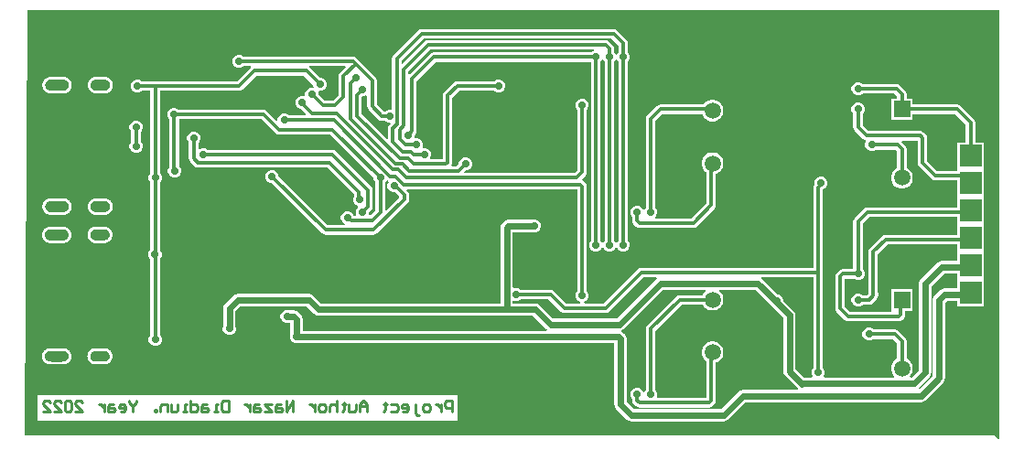
<source format=gbr>
%TF.GenerationSoftware,Altium Limited,Altium Designer,22.1.2 (22)*%
G04 Layer_Physical_Order=2*
G04 Layer_Color=16711680*
%FSLAX44Y44*%
%MOMM*%
%TF.SameCoordinates,D2A5B157-11BA-4D30-A4C3-CA4352B12235*%
%TF.FilePolarity,Positive*%
%TF.FileFunction,Copper,L2,Bot,Signal*%
%TF.Part,Single*%
G01*
G75*
%TA.AperFunction,Conductor*%
%ADD33C,0.6000*%
%ADD36C,0.3500*%
%TA.AperFunction,NonConductor*%
%ADD38C,0.2540*%
%TA.AperFunction,ComponentPad*%
%ADD39O,1.9000X0.9500*%
%ADD40O,1.6000X0.8000*%
%ADD41C,1.5000*%
%ADD42R,1.5000X1.5000*%
%ADD43R,2.0000X2.0000*%
%TA.AperFunction,ViaPad*%
%ADD44C,0.7000*%
G36*
X1172210Y887449D02*
X1171037Y886963D01*
X1167095Y890905D01*
X271011D01*
X270116Y891806D01*
X273050Y1283970D01*
X1172210Y1283970D01*
Y887449D01*
D02*
G37*
%LPC*%
G36*
X344360Y1222350D02*
X336360D01*
X336326Y1222343D01*
X336292Y1222349D01*
X336031Y1222342D01*
X335963Y1222327D01*
X335895Y1222335D01*
X335634Y1222314D01*
X335568Y1222296D01*
X335499Y1222300D01*
X335240Y1222266D01*
X335175Y1222244D01*
X335106Y1222245D01*
X334849Y1222197D01*
X334785Y1222172D01*
X334716Y1222169D01*
X334461Y1222108D01*
X334399Y1222079D01*
X334330Y1222073D01*
X334079Y1221998D01*
X334019Y1221966D01*
X333951Y1221956D01*
X333704Y1221869D01*
X333645Y1221834D01*
X333577Y1221821D01*
X333335Y1221720D01*
X333278Y1221682D01*
X333211Y1221665D01*
X332975Y1221553D01*
X332920Y1221511D01*
X332854Y1221491D01*
X332624Y1221366D01*
X332571Y1221322D01*
X332507Y1221298D01*
X332284Y1221161D01*
X332233Y1221115D01*
X332170Y1221088D01*
X331954Y1220939D01*
X331906Y1220890D01*
X331844Y1220860D01*
X331637Y1220700D01*
X331591Y1220649D01*
X331531Y1220615D01*
X331333Y1220445D01*
X331290Y1220391D01*
X331232Y1220354D01*
X331042Y1220174D01*
X331002Y1220118D01*
X330946Y1220078D01*
X330766Y1219888D01*
X330729Y1219830D01*
X330675Y1219788D01*
X330505Y1219588D01*
X330471Y1219528D01*
X330420Y1219483D01*
X330260Y1219275D01*
X330230Y1219214D01*
X330181Y1219166D01*
X330033Y1218950D01*
X330005Y1218887D01*
X329958Y1218836D01*
X329822Y1218613D01*
X329798Y1218549D01*
X329754Y1218496D01*
X329629Y1218266D01*
X329609Y1218200D01*
X329567Y1218145D01*
X329455Y1217909D01*
X329438Y1217842D01*
X329400Y1217785D01*
X329300Y1217543D01*
X329286Y1217475D01*
X329251Y1217416D01*
X329164Y1217170D01*
X329154Y1217102D01*
X329122Y1217041D01*
X329047Y1216790D01*
X329041Y1216721D01*
X329012Y1216659D01*
X328951Y1216404D01*
X328948Y1216336D01*
X328923Y1216272D01*
X328875Y1216014D01*
X328876Y1215945D01*
X328854Y1215880D01*
X328820Y1215621D01*
X328824Y1215552D01*
X328806Y1215486D01*
X328785Y1215225D01*
X328793Y1215157D01*
X328778Y1215089D01*
X328771Y1214828D01*
X328783Y1214760D01*
X328771Y1214692D01*
X328778Y1214430D01*
X328793Y1214363D01*
X328785Y1214295D01*
X328806Y1214034D01*
X328824Y1213968D01*
X328820Y1213899D01*
X328854Y1213640D01*
X328876Y1213575D01*
X328875Y1213506D01*
X328923Y1213249D01*
X328948Y1213185D01*
X328951Y1213116D01*
X329012Y1212861D01*
X329041Y1212799D01*
X329047Y1212730D01*
X329122Y1212479D01*
X329154Y1212419D01*
X329164Y1212350D01*
X329251Y1212104D01*
X329286Y1212045D01*
X329300Y1211977D01*
X329400Y1211735D01*
X329438Y1211678D01*
X329455Y1211611D01*
X329567Y1211375D01*
X329609Y1211320D01*
X329629Y1211254D01*
X329754Y1211024D01*
X329798Y1210971D01*
X329822Y1210907D01*
X329958Y1210684D01*
X330005Y1210633D01*
X330033Y1210570D01*
X330181Y1210354D01*
X330230Y1210306D01*
X330260Y1210245D01*
X330420Y1210037D01*
X330471Y1209992D01*
X330505Y1209931D01*
X330675Y1209732D01*
X330729Y1209690D01*
X330766Y1209632D01*
X330946Y1209442D01*
X331002Y1209402D01*
X331042Y1209346D01*
X331232Y1209166D01*
X331290Y1209129D01*
X331333Y1209075D01*
X331531Y1208905D01*
X331591Y1208871D01*
X331637Y1208820D01*
X331844Y1208660D01*
X331906Y1208630D01*
X331954Y1208581D01*
X332170Y1208432D01*
X332233Y1208405D01*
X332284Y1208359D01*
X332507Y1208222D01*
X332571Y1208198D01*
X332624Y1208154D01*
X332854Y1208029D01*
X332920Y1208009D01*
X332975Y1207967D01*
X333212Y1207855D01*
X333278Y1207838D01*
X333335Y1207800D01*
X333577Y1207700D01*
X333645Y1207686D01*
X333704Y1207651D01*
X333951Y1207563D01*
X334019Y1207554D01*
X334079Y1207522D01*
X334330Y1207447D01*
X334399Y1207441D01*
X334461Y1207412D01*
X334716Y1207351D01*
X334785Y1207348D01*
X334849Y1207323D01*
X335106Y1207275D01*
X335175Y1207276D01*
X335240Y1207254D01*
X335499Y1207220D01*
X335568Y1207224D01*
X335634Y1207206D01*
X335895Y1207185D01*
X335964Y1207193D01*
X336031Y1207178D01*
X336292Y1207171D01*
X336326Y1207177D01*
X336360Y1207170D01*
X344360D01*
X344394Y1207177D01*
X344428Y1207171D01*
X344689Y1207178D01*
X344757Y1207193D01*
X344825Y1207185D01*
X345086Y1207206D01*
X345152Y1207224D01*
X345221Y1207220D01*
X345480Y1207254D01*
X345545Y1207276D01*
X345614Y1207275D01*
X345872Y1207323D01*
X345935Y1207348D01*
X346004Y1207351D01*
X346259Y1207412D01*
X346321Y1207441D01*
X346390Y1207447D01*
X346641Y1207522D01*
X346702Y1207554D01*
X346770Y1207563D01*
X347016Y1207651D01*
X347075Y1207686D01*
X347143Y1207700D01*
X347385Y1207800D01*
X347442Y1207838D01*
X347508Y1207855D01*
X347745Y1207967D01*
X347800Y1208009D01*
X347866Y1208029D01*
X348096Y1208154D01*
X348149Y1208198D01*
X348213Y1208222D01*
X348436Y1208359D01*
X348487Y1208405D01*
X348550Y1208432D01*
X348766Y1208581D01*
X348814Y1208630D01*
X348876Y1208660D01*
X349083Y1208820D01*
X349128Y1208871D01*
X349188Y1208905D01*
X349388Y1209075D01*
X349430Y1209129D01*
X349488Y1209166D01*
X349678Y1209346D01*
X349718Y1209402D01*
X349774Y1209442D01*
X349954Y1209632D01*
X349991Y1209690D01*
X350045Y1209732D01*
X350215Y1209931D01*
X350249Y1209992D01*
X350300Y1210037D01*
X350460Y1210245D01*
X350490Y1210306D01*
X350539Y1210354D01*
X350688Y1210570D01*
X350715Y1210633D01*
X350761Y1210684D01*
X350898Y1210907D01*
X350922Y1210971D01*
X350966Y1211024D01*
X351091Y1211254D01*
X351111Y1211320D01*
X351152Y1211375D01*
X351265Y1211611D01*
X351282Y1211678D01*
X351320Y1211735D01*
X351421Y1211977D01*
X351434Y1212045D01*
X351469Y1212104D01*
X351557Y1212350D01*
X351566Y1212419D01*
X351598Y1212479D01*
X351673Y1212730D01*
X351679Y1212799D01*
X351708Y1212861D01*
X351769Y1213116D01*
X351772Y1213185D01*
X351797Y1213249D01*
X351845Y1213506D01*
X351844Y1213575D01*
X351866Y1213640D01*
X351900Y1213899D01*
X351896Y1213968D01*
X351914Y1214034D01*
X351935Y1214295D01*
X351927Y1214363D01*
X351942Y1214430D01*
X351949Y1214692D01*
X351937Y1214760D01*
X351949Y1214828D01*
X351942Y1215089D01*
X351927Y1215157D01*
X351935Y1215225D01*
X351914Y1215486D01*
X351896Y1215552D01*
X351900Y1215621D01*
X351866Y1215880D01*
X351844Y1215945D01*
X351845Y1216014D01*
X351797Y1216272D01*
X351772Y1216335D01*
X351769Y1216404D01*
X351708Y1216659D01*
X351679Y1216721D01*
X351673Y1216790D01*
X351598Y1217041D01*
X351566Y1217102D01*
X351557Y1217170D01*
X351469Y1217416D01*
X351434Y1217475D01*
X351421Y1217543D01*
X351320Y1217785D01*
X351282Y1217842D01*
X351265Y1217909D01*
X351152Y1218145D01*
X351111Y1218200D01*
X351091Y1218266D01*
X350966Y1218496D01*
X350922Y1218549D01*
X350898Y1218613D01*
X350761Y1218836D01*
X350715Y1218887D01*
X350688Y1218950D01*
X350539Y1219166D01*
X350490Y1219214D01*
X350460Y1219276D01*
X350300Y1219483D01*
X350249Y1219529D01*
X350215Y1219588D01*
X350045Y1219788D01*
X349991Y1219830D01*
X349954Y1219888D01*
X349774Y1220078D01*
X349718Y1220118D01*
X349678Y1220174D01*
X349488Y1220354D01*
X349430Y1220391D01*
X349388Y1220445D01*
X349188Y1220615D01*
X349128Y1220649D01*
X349083Y1220700D01*
X348876Y1220860D01*
X348814Y1220890D01*
X348766Y1220939D01*
X348550Y1221088D01*
X348487Y1221115D01*
X348436Y1221161D01*
X348213Y1221298D01*
X348149Y1221322D01*
X348096Y1221366D01*
X347866Y1221491D01*
X347800Y1221511D01*
X347745Y1221553D01*
X347509Y1221665D01*
X347442Y1221682D01*
X347385Y1221720D01*
X347143Y1221821D01*
X347076Y1221834D01*
X347016Y1221869D01*
X346770Y1221956D01*
X346702Y1221966D01*
X346641Y1221998D01*
X346390Y1222073D01*
X346321Y1222079D01*
X346259Y1222108D01*
X346004Y1222169D01*
X345936Y1222172D01*
X345872Y1222197D01*
X345614Y1222245D01*
X345545Y1222244D01*
X345480Y1222266D01*
X345221Y1222300D01*
X345152Y1222296D01*
X345086Y1222314D01*
X344825Y1222335D01*
X344757Y1222327D01*
X344689Y1222342D01*
X344428Y1222349D01*
X344394Y1222343D01*
X344360Y1222350D01*
D02*
G37*
G36*
X306360D02*
X294360D01*
X294326Y1222343D01*
X294292Y1222349D01*
X294030Y1222342D01*
X293963Y1222327D01*
X293895Y1222335D01*
X293634Y1222314D01*
X293568Y1222296D01*
X293499Y1222300D01*
X293240Y1222266D01*
X293175Y1222244D01*
X293106Y1222245D01*
X292848Y1222197D01*
X292785Y1222172D01*
X292716Y1222169D01*
X292461Y1222108D01*
X292399Y1222079D01*
X292330Y1222073D01*
X292079Y1221998D01*
X292019Y1221966D01*
X291950Y1221956D01*
X291704Y1221869D01*
X291645Y1221834D01*
X291577Y1221821D01*
X291335Y1221720D01*
X291278Y1221682D01*
X291211Y1221665D01*
X290975Y1221553D01*
X290920Y1221511D01*
X290854Y1221491D01*
X290624Y1221366D01*
X290571Y1221322D01*
X290507Y1221298D01*
X290284Y1221161D01*
X290233Y1221115D01*
X290170Y1221088D01*
X289954Y1220939D01*
X289906Y1220890D01*
X289844Y1220860D01*
X289637Y1220700D01*
X289592Y1220649D01*
X289532Y1220615D01*
X289333Y1220445D01*
X289290Y1220391D01*
X289232Y1220354D01*
X289042Y1220174D01*
X289002Y1220118D01*
X288946Y1220078D01*
X288766Y1219888D01*
X288729Y1219830D01*
X288675Y1219788D01*
X288505Y1219588D01*
X288471Y1219529D01*
X288420Y1219483D01*
X288260Y1219276D01*
X288230Y1219214D01*
X288181Y1219166D01*
X288032Y1218950D01*
X288005Y1218887D01*
X287959Y1218836D01*
X287822Y1218613D01*
X287798Y1218549D01*
X287754Y1218496D01*
X287629Y1218266D01*
X287609Y1218200D01*
X287568Y1218145D01*
X287455Y1217909D01*
X287438Y1217842D01*
X287400Y1217785D01*
X287299Y1217543D01*
X287286Y1217475D01*
X287251Y1217416D01*
X287164Y1217170D01*
X287154Y1217102D01*
X287122Y1217041D01*
X287047Y1216790D01*
X287041Y1216721D01*
X287012Y1216659D01*
X286951Y1216404D01*
X286948Y1216336D01*
X286923Y1216272D01*
X286875Y1216014D01*
X286876Y1215945D01*
X286854Y1215880D01*
X286820Y1215621D01*
X286824Y1215552D01*
X286806Y1215486D01*
X286785Y1215225D01*
X286793Y1215157D01*
X286778Y1215089D01*
X286771Y1214828D01*
X286783Y1214760D01*
X286771Y1214692D01*
X286778Y1214430D01*
X286793Y1214363D01*
X286785Y1214295D01*
X286806Y1214034D01*
X286824Y1213968D01*
X286820Y1213899D01*
X286854Y1213640D01*
X286876Y1213575D01*
X286875Y1213506D01*
X286923Y1213249D01*
X286948Y1213185D01*
X286951Y1213116D01*
X287012Y1212861D01*
X287041Y1212799D01*
X287047Y1212730D01*
X287122Y1212479D01*
X287154Y1212419D01*
X287164Y1212350D01*
X287251Y1212104D01*
X287286Y1212045D01*
X287299Y1211977D01*
X287400Y1211735D01*
X287438Y1211678D01*
X287455Y1211611D01*
X287568Y1211375D01*
X287609Y1211320D01*
X287629Y1211254D01*
X287754Y1211024D01*
X287798Y1210971D01*
X287822Y1210907D01*
X287959Y1210684D01*
X288005Y1210633D01*
X288032Y1210570D01*
X288181Y1210354D01*
X288230Y1210306D01*
X288260Y1210245D01*
X288420Y1210037D01*
X288471Y1209992D01*
X288505Y1209931D01*
X288675Y1209732D01*
X288729Y1209690D01*
X288766Y1209632D01*
X288946Y1209442D01*
X289002Y1209402D01*
X289042Y1209346D01*
X289232Y1209166D01*
X289290Y1209129D01*
X289333Y1209075D01*
X289532Y1208905D01*
X289592Y1208871D01*
X289637Y1208820D01*
X289844Y1208660D01*
X289906Y1208630D01*
X289954Y1208581D01*
X290170Y1208432D01*
X290233Y1208405D01*
X290284Y1208359D01*
X290507Y1208222D01*
X290571Y1208198D01*
X290624Y1208154D01*
X290854Y1208029D01*
X290920Y1208009D01*
X290975Y1207967D01*
X291212Y1207855D01*
X291278Y1207838D01*
X291335Y1207800D01*
X291577Y1207700D01*
X291645Y1207686D01*
X291704Y1207651D01*
X291950Y1207563D01*
X292019Y1207554D01*
X292079Y1207522D01*
X292330Y1207447D01*
X292399Y1207441D01*
X292461Y1207412D01*
X292716Y1207351D01*
X292785Y1207348D01*
X292848Y1207323D01*
X293106Y1207275D01*
X293175Y1207276D01*
X293240Y1207254D01*
X293499Y1207220D01*
X293568Y1207224D01*
X293634Y1207206D01*
X293895Y1207185D01*
X293964Y1207193D01*
X294030Y1207178D01*
X294292Y1207171D01*
X294326Y1207177D01*
X294360Y1207170D01*
X306360D01*
X306394Y1207177D01*
X306428Y1207171D01*
X306689Y1207178D01*
X306756Y1207193D01*
X306825Y1207185D01*
X307086Y1207206D01*
X307152Y1207224D01*
X307221Y1207220D01*
X307480Y1207254D01*
X307545Y1207276D01*
X307614Y1207275D01*
X307871Y1207323D01*
X307935Y1207348D01*
X308004Y1207351D01*
X308259Y1207412D01*
X308321Y1207441D01*
X308390Y1207447D01*
X308641Y1207522D01*
X308701Y1207554D01*
X308770Y1207563D01*
X309016Y1207651D01*
X309075Y1207686D01*
X309143Y1207700D01*
X309385Y1207800D01*
X309442Y1207838D01*
X309508Y1207855D01*
X309745Y1207967D01*
X309800Y1208009D01*
X309866Y1208029D01*
X310096Y1208154D01*
X310149Y1208198D01*
X310213Y1208222D01*
X310436Y1208359D01*
X310487Y1208405D01*
X310550Y1208432D01*
X310766Y1208581D01*
X310814Y1208630D01*
X310875Y1208660D01*
X311083Y1208820D01*
X311129Y1208871D01*
X311189Y1208905D01*
X311388Y1209075D01*
X311430Y1209129D01*
X311488Y1209166D01*
X311678Y1209346D01*
X311718Y1209402D01*
X311774Y1209442D01*
X311954Y1209632D01*
X311991Y1209690D01*
X312045Y1209732D01*
X312215Y1209931D01*
X312249Y1209992D01*
X312300Y1210037D01*
X312460Y1210245D01*
X312490Y1210306D01*
X312539Y1210354D01*
X312688Y1210570D01*
X312715Y1210633D01*
X312761Y1210684D01*
X312898Y1210907D01*
X312922Y1210971D01*
X312966Y1211024D01*
X313091Y1211254D01*
X313111Y1211320D01*
X313153Y1211375D01*
X313265Y1211611D01*
X313282Y1211678D01*
X313320Y1211735D01*
X313421Y1211977D01*
X313434Y1212045D01*
X313469Y1212104D01*
X313556Y1212350D01*
X313566Y1212419D01*
X313598Y1212479D01*
X313673Y1212730D01*
X313679Y1212799D01*
X313708Y1212861D01*
X313769Y1213116D01*
X313772Y1213185D01*
X313797Y1213249D01*
X313845Y1213506D01*
X313844Y1213575D01*
X313866Y1213640D01*
X313900Y1213899D01*
X313896Y1213968D01*
X313914Y1214034D01*
X313935Y1214295D01*
X313927Y1214363D01*
X313942Y1214430D01*
X313949Y1214692D01*
X313937Y1214760D01*
X313949Y1214828D01*
X313942Y1215089D01*
X313927Y1215157D01*
X313935Y1215225D01*
X313914Y1215486D01*
X313896Y1215552D01*
X313900Y1215621D01*
X313866Y1215880D01*
X313844Y1215945D01*
X313845Y1216014D01*
X313797Y1216272D01*
X313772Y1216335D01*
X313769Y1216404D01*
X313708Y1216659D01*
X313679Y1216721D01*
X313673Y1216790D01*
X313598Y1217041D01*
X313566Y1217102D01*
X313556Y1217170D01*
X313469Y1217416D01*
X313434Y1217475D01*
X313421Y1217543D01*
X313320Y1217785D01*
X313282Y1217842D01*
X313265Y1217909D01*
X313153Y1218145D01*
X313111Y1218200D01*
X313091Y1218266D01*
X312966Y1218496D01*
X312922Y1218549D01*
X312898Y1218613D01*
X312761Y1218836D01*
X312715Y1218887D01*
X312688Y1218950D01*
X312539Y1219166D01*
X312490Y1219214D01*
X312460Y1219276D01*
X312300Y1219483D01*
X312249Y1219529D01*
X312215Y1219588D01*
X312045Y1219788D01*
X311991Y1219830D01*
X311954Y1219888D01*
X311774Y1220078D01*
X311718Y1220118D01*
X311678Y1220174D01*
X311488Y1220354D01*
X311430Y1220391D01*
X311388Y1220445D01*
X311189Y1220615D01*
X311129Y1220649D01*
X311083Y1220700D01*
X310875Y1220860D01*
X310814Y1220890D01*
X310766Y1220939D01*
X310550Y1221088D01*
X310487Y1221115D01*
X310436Y1221161D01*
X310213Y1221298D01*
X310149Y1221322D01*
X310096Y1221366D01*
X309866Y1221491D01*
X309800Y1221511D01*
X309745Y1221553D01*
X309509Y1221665D01*
X309442Y1221682D01*
X309385Y1221720D01*
X309143Y1221821D01*
X309076Y1221834D01*
X309016Y1221869D01*
X308770Y1221956D01*
X308701Y1221966D01*
X308641Y1221998D01*
X308390Y1222073D01*
X308321Y1222079D01*
X308259Y1222108D01*
X308004Y1222169D01*
X307936Y1222172D01*
X307871Y1222197D01*
X307614Y1222245D01*
X307545Y1222244D01*
X307480Y1222266D01*
X307221Y1222300D01*
X307152Y1222296D01*
X307086Y1222314D01*
X306825Y1222335D01*
X306757Y1222327D01*
X306689Y1222342D01*
X306428Y1222349D01*
X306394Y1222343D01*
X306360Y1222350D01*
D02*
G37*
G36*
X815340Y1266754D02*
X637540D01*
X635866Y1266421D01*
X634447Y1265473D01*
X611587Y1242613D01*
X610639Y1241194D01*
X610306Y1239520D01*
Y1192738D01*
X609531Y1192220D01*
X607129D01*
X604909Y1191301D01*
X604162Y1190554D01*
X602522D01*
X596194Y1196882D01*
Y1219200D01*
X595861Y1220874D01*
X594913Y1222293D01*
X579673Y1237533D01*
X577133Y1240073D01*
X575714Y1241021D01*
X574040Y1241354D01*
X472798D01*
X472051Y1242101D01*
X469831Y1243020D01*
X467429D01*
X465209Y1242101D01*
X463509Y1240401D01*
X462590Y1238181D01*
Y1235779D01*
X463509Y1233559D01*
X465209Y1231860D01*
X467429Y1230940D01*
X469831D01*
X472051Y1231860D01*
X472798Y1232606D01*
X479351D01*
X479736Y1231336D01*
X479507Y1231183D01*
X466818Y1218494D01*
X378818D01*
X378071Y1219240D01*
X375851Y1220160D01*
X373449D01*
X371229Y1219240D01*
X369529Y1217541D01*
X368610Y1215321D01*
Y1212919D01*
X369529Y1210699D01*
X371229Y1208999D01*
X373449Y1208080D01*
X375851D01*
X378071Y1208999D01*
X378818Y1209746D01*
X386786D01*
Y1133198D01*
X386040Y1132451D01*
X385120Y1130231D01*
Y1127829D01*
X386040Y1125609D01*
X386786Y1124862D01*
Y1062328D01*
X385880Y1061421D01*
X384960Y1059201D01*
Y1056799D01*
X385880Y1054579D01*
X386786Y1053672D01*
Y983338D01*
X386040Y982591D01*
X385120Y980371D01*
Y977969D01*
X386040Y975749D01*
X387739Y974050D01*
X389959Y973130D01*
X392361D01*
X394581Y974050D01*
X396281Y975749D01*
X397200Y977969D01*
Y980371D01*
X396281Y982591D01*
X395534Y983338D01*
Y1053992D01*
X396120Y1054579D01*
X397040Y1056799D01*
Y1059201D01*
X396120Y1061421D01*
X395534Y1062008D01*
Y1124862D01*
X396281Y1125609D01*
X397200Y1127829D01*
Y1130231D01*
X396281Y1132451D01*
X395534Y1133198D01*
Y1209746D01*
X468630D01*
X470304Y1210079D01*
X471723Y1211027D01*
X484412Y1223716D01*
X529048D01*
X537520Y1215244D01*
Y1214189D01*
X537788Y1213542D01*
X536828Y1212540D01*
X534739D01*
X532519Y1211620D01*
X530820Y1209921D01*
X529900Y1207701D01*
Y1205612D01*
X528898Y1204652D01*
X528251Y1204920D01*
X525849D01*
X523629Y1204000D01*
X521930Y1202301D01*
X521010Y1200081D01*
Y1197679D01*
X521930Y1195459D01*
X523629Y1193760D01*
X525644Y1192925D01*
X525707Y1192830D01*
X530620Y1187917D01*
X530134Y1186744D01*
X514708D01*
X513961Y1187490D01*
X511741Y1188410D01*
X509339D01*
X507119Y1187490D01*
X505420Y1185791D01*
X504500Y1183571D01*
Y1182422D01*
X503230Y1181896D01*
X494463Y1190663D01*
X493044Y1191611D01*
X491370Y1191944D01*
X412648D01*
X411901Y1192691D01*
X409682Y1193610D01*
X407279D01*
X405059Y1192691D01*
X403360Y1190991D01*
X402440Y1188771D01*
Y1186369D01*
X403360Y1184149D01*
X404336Y1183172D01*
Y1139318D01*
X403820Y1138801D01*
X402900Y1136581D01*
Y1134179D01*
X403820Y1131959D01*
X405519Y1130259D01*
X407739Y1129340D01*
X410141D01*
X412361Y1130259D01*
X414061Y1131959D01*
X414980Y1134179D01*
Y1136581D01*
X414061Y1138801D01*
X413084Y1139778D01*
Y1183196D01*
X489558D01*
X502367Y1170387D01*
X503786Y1169439D01*
X505460Y1169106D01*
X553178D01*
X593400Y1128884D01*
Y1127829D01*
X594319Y1125609D01*
X595066Y1124862D01*
Y1099092D01*
X590387Y1094413D01*
X589602Y1094472D01*
X588820Y1095717D01*
X588970Y1096079D01*
Y1097134D01*
X591103Y1099267D01*
X592051Y1100686D01*
X592384Y1102360D01*
Y1117600D01*
X592051Y1119274D01*
X591103Y1120693D01*
X558083Y1153713D01*
X556664Y1154661D01*
X554990Y1154994D01*
X439778D01*
X439031Y1155741D01*
X436811Y1156660D01*
X434409D01*
X432364Y1155813D01*
X431094Y1156305D01*
Y1161692D01*
X431841Y1162439D01*
X432760Y1164659D01*
Y1167061D01*
X431841Y1169281D01*
X430141Y1170981D01*
X427921Y1171900D01*
X425519D01*
X423299Y1170981D01*
X421600Y1169281D01*
X420680Y1167061D01*
Y1164659D01*
X421600Y1162439D01*
X422346Y1161692D01*
Y1146810D01*
X422679Y1145136D01*
X423627Y1143717D01*
X427437Y1139907D01*
X428856Y1138959D01*
X430530Y1138626D01*
X550638D01*
X575163Y1114102D01*
Y1111873D01*
X574350Y1109911D01*
Y1107509D01*
X575270Y1105289D01*
X576969Y1103589D01*
X578335Y1103023D01*
X578633Y1101525D01*
X577809Y1100701D01*
X576890Y1098481D01*
Y1096079D01*
X577299Y1095090D01*
X576594Y1094034D01*
X574738D01*
X574081Y1095621D01*
X572381Y1097320D01*
X570161Y1098240D01*
X567759D01*
X565539Y1097320D01*
X563839Y1095621D01*
X562920Y1093401D01*
Y1090999D01*
X563839Y1088779D01*
X565539Y1087079D01*
X567145Y1086414D01*
X566893Y1085144D01*
X550452D01*
X505150Y1130446D01*
Y1131501D01*
X504230Y1133721D01*
X502531Y1135421D01*
X500311Y1136340D01*
X497909D01*
X495689Y1135421D01*
X493989Y1133721D01*
X493070Y1131501D01*
Y1129099D01*
X493989Y1126879D01*
X495689Y1125180D01*
X497909Y1124260D01*
X498964D01*
X545547Y1077677D01*
X546966Y1076729D01*
X548640Y1076396D01*
X593090D01*
X594764Y1076729D01*
X596183Y1077677D01*
X624758Y1106253D01*
X625707Y1107672D01*
X626040Y1109345D01*
Y1113091D01*
X625707Y1114765D01*
X624758Y1116184D01*
X623810Y1117133D01*
X624296Y1118306D01*
X781756D01*
Y1023978D01*
X781010Y1023231D01*
X780090Y1021011D01*
Y1018609D01*
X781010Y1016389D01*
X782709Y1014689D01*
X784315Y1014024D01*
X784063Y1012754D01*
X771432D01*
X760013Y1024173D01*
X758594Y1025121D01*
X756920Y1025454D01*
X729338D01*
X728591Y1026200D01*
X726371Y1027120D01*
X723969D01*
X722984Y1026712D01*
X721928Y1027418D01*
Y1078932D01*
X739533D01*
X740479Y1078540D01*
X742881D01*
X745101Y1079460D01*
X746801Y1081159D01*
X747720Y1083379D01*
Y1085781D01*
X746801Y1088001D01*
X745101Y1089700D01*
X742881Y1090620D01*
X740479D01*
X739533Y1090229D01*
X717768D01*
X715606Y1089799D01*
X713774Y1088574D01*
X713178Y1087682D01*
X712286Y1087086D01*
X711061Y1085254D01*
X710631Y1083092D01*
Y1012758D01*
X544630D01*
X537394Y1019994D01*
X535562Y1021219D01*
X533400Y1021649D01*
X533400Y1021648D01*
X467360D01*
X467360Y1021649D01*
X465198Y1021219D01*
X463366Y1019994D01*
X463366Y1019994D01*
X455746Y1012374D01*
X454521Y1010542D01*
X454091Y1008380D01*
X454091Y1008380D01*
Y991477D01*
X453700Y990531D01*
Y988129D01*
X454619Y985909D01*
X456319Y984210D01*
X458539Y983290D01*
X460941D01*
X463161Y984210D01*
X464860Y985909D01*
X465780Y988129D01*
Y990531D01*
X465388Y991477D01*
Y1006040D01*
X469700Y1010351D01*
X531060D01*
X538296Y1003116D01*
X538296Y1003116D01*
X540128Y1001891D01*
X542290Y1001461D01*
X542290Y1001461D01*
X714134D01*
X715079Y1001070D01*
X717481D01*
X718427Y1001461D01*
X740610D01*
X752926Y989146D01*
X752926Y989146D01*
X753700Y988628D01*
X753315Y987358D01*
X527618D01*
Y998220D01*
X527189Y1000382D01*
X525964Y1002214D01*
X525964Y1002214D01*
X523424Y1004754D01*
X521592Y1005979D01*
X519430Y1006409D01*
X519430Y1006408D01*
X515227D01*
X514281Y1006800D01*
X511879D01*
X509659Y1005881D01*
X507960Y1004181D01*
X507040Y1001961D01*
Y999559D01*
X507960Y997339D01*
X509659Y995639D01*
X511879Y994720D01*
X514281D01*
X515051Y995039D01*
X516321Y994547D01*
Y983857D01*
X515930Y982911D01*
Y980509D01*
X516850Y978289D01*
X518549Y976590D01*
X520769Y975670D01*
X523171D01*
X524117Y976061D01*
X816041D01*
Y919480D01*
X816041Y919480D01*
X816471Y917318D01*
X817696Y915486D01*
X827856Y905326D01*
X827856Y905326D01*
X829688Y904101D01*
X831850Y903671D01*
X916940D01*
X916940Y903671D01*
X919102Y904101D01*
X920934Y905326D01*
X937060Y921451D01*
X1099820D01*
X1099820Y921451D01*
X1101982Y921881D01*
X1103814Y923106D01*
X1120324Y939616D01*
X1120324Y939616D01*
X1121549Y941448D01*
X1121979Y943610D01*
X1121979Y943610D01*
Y1013660D01*
X1123750Y1015432D01*
X1133000D01*
Y1009810D01*
X1158080D01*
Y1034890D01*
X1158080D01*
Y1035210D01*
X1158080D01*
Y1059340D01*
X1158080Y1060290D01*
X1158080Y1061560D01*
Y1084740D01*
X1158080Y1085690D01*
X1158080Y1086960D01*
Y1110140D01*
X1158080Y1111090D01*
X1158080Y1112360D01*
Y1135540D01*
X1158080Y1136490D01*
X1158080Y1137760D01*
Y1161890D01*
X1149914D01*
Y1180460D01*
X1149581Y1182134D01*
X1148633Y1183553D01*
X1136563Y1195623D01*
X1135144Y1196571D01*
X1133470Y1196904D01*
X1092080D01*
Y1202570D01*
X1086414D01*
Y1206500D01*
X1086081Y1208174D01*
X1085133Y1209593D01*
X1080053Y1214673D01*
X1078634Y1215621D01*
X1076960Y1215954D01*
X1045568D01*
X1044821Y1216701D01*
X1042601Y1217620D01*
X1040199D01*
X1037979Y1216701D01*
X1036280Y1215001D01*
X1035360Y1212781D01*
Y1210379D01*
X1036280Y1208159D01*
X1037979Y1206460D01*
X1040199Y1205540D01*
X1042601D01*
X1044821Y1206460D01*
X1045568Y1207206D01*
X1075148D01*
X1077666Y1204688D01*
Y1202570D01*
X1072000D01*
Y1182490D01*
X1092080D01*
Y1188156D01*
X1131658D01*
X1141166Y1178648D01*
Y1161890D01*
X1133000D01*
Y1137760D01*
X1133000Y1136272D01*
X1132102Y1135374D01*
X1114812D01*
X1105374Y1144812D01*
Y1165950D01*
X1105041Y1167624D01*
X1104093Y1169043D01*
X1102043Y1171093D01*
X1100624Y1172041D01*
X1098950Y1172374D01*
X1050742D01*
X1045774Y1177342D01*
Y1188362D01*
X1046520Y1189109D01*
X1047440Y1191329D01*
Y1193731D01*
X1046520Y1195951D01*
X1044821Y1197651D01*
X1042601Y1198570D01*
X1040199D01*
X1037979Y1197651D01*
X1036280Y1195951D01*
X1035360Y1193731D01*
Y1191329D01*
X1036280Y1189109D01*
X1037026Y1188362D01*
Y1175530D01*
X1037359Y1173856D01*
X1038307Y1172437D01*
X1045837Y1164907D01*
X1047256Y1163959D01*
X1048068Y1163797D01*
X1048220Y1163653D01*
X1048757Y1162395D01*
X1048060Y1160711D01*
Y1158309D01*
X1048979Y1156089D01*
X1050679Y1154389D01*
X1052899Y1153470D01*
X1055301D01*
X1057521Y1154389D01*
X1058268Y1155136D01*
X1076678D01*
X1077666Y1154148D01*
Y1138098D01*
X1075875Y1137064D01*
X1074006Y1135195D01*
X1072684Y1132905D01*
X1072000Y1130352D01*
Y1127708D01*
X1072684Y1125155D01*
X1074006Y1122865D01*
X1075875Y1120996D01*
X1078165Y1119674D01*
X1080718Y1118990D01*
X1083362D01*
X1085915Y1119674D01*
X1088205Y1120996D01*
X1090074Y1122865D01*
X1091396Y1125155D01*
X1092080Y1127708D01*
Y1130352D01*
X1091396Y1132905D01*
X1090074Y1135195D01*
X1088205Y1137064D01*
X1086414Y1138098D01*
Y1155960D01*
X1086081Y1157634D01*
X1085133Y1159053D01*
X1081830Y1162356D01*
X1082096Y1163325D01*
X1082310Y1163626D01*
X1096626D01*
Y1143000D01*
X1096959Y1141326D01*
X1097907Y1139907D01*
X1109907Y1127907D01*
X1111326Y1126959D01*
X1113000Y1126626D01*
X1133000D01*
Y1112360D01*
X1133000Y1111410D01*
X1133000Y1110140D01*
Y1101654D01*
X1050290D01*
X1048616Y1101321D01*
X1047197Y1100373D01*
X1038307Y1091483D01*
X1037359Y1090064D01*
X1037026Y1088390D01*
Y1044504D01*
X1027430D01*
X1025756Y1044171D01*
X1024337Y1043223D01*
X1021797Y1040683D01*
X1020849Y1039264D01*
X1020516Y1037590D01*
Y1008380D01*
X1020849Y1006706D01*
X1021797Y1005287D01*
X1029417Y997667D01*
X1030836Y996719D01*
X1032510Y996386D01*
X1079282D01*
X1080956Y996719D01*
X1082375Y997667D01*
X1083863Y999155D01*
X1084811Y1000574D01*
X1085144Y1002248D01*
Y1005960D01*
X1092080D01*
Y1026040D01*
X1072000D01*
Y1005960D01*
X1071072Y1005134D01*
X1034322D01*
X1029264Y1010192D01*
Y1035756D01*
X1037232D01*
X1037979Y1035010D01*
X1040199Y1034090D01*
X1042601D01*
X1044821Y1035010D01*
X1046520Y1036709D01*
X1047440Y1038929D01*
Y1041331D01*
X1046520Y1043551D01*
X1045774Y1044298D01*
Y1086578D01*
X1052102Y1092906D01*
X1133000D01*
Y1086960D01*
X1133000Y1086010D01*
X1133000Y1084740D01*
Y1076254D01*
X1066800D01*
X1065126Y1075921D01*
X1063707Y1074973D01*
X1052277Y1063543D01*
X1051329Y1062124D01*
X1050996Y1060450D01*
Y1022350D01*
X1051117Y1021743D01*
X1049748Y1020374D01*
X1045568D01*
X1044821Y1021121D01*
X1042601Y1022040D01*
X1040199D01*
X1037979Y1021121D01*
X1036280Y1019421D01*
X1035360Y1017201D01*
Y1014799D01*
X1036280Y1012579D01*
X1037979Y1010880D01*
X1040199Y1009960D01*
X1042601D01*
X1044821Y1010880D01*
X1045568Y1011626D01*
X1051560D01*
X1053234Y1011959D01*
X1054653Y1012907D01*
X1058681Y1016935D01*
X1059629Y1018354D01*
X1059962Y1020028D01*
Y1022132D01*
X1059744Y1023228D01*
Y1058638D01*
X1068612Y1067506D01*
X1133000D01*
Y1061560D01*
X1133000Y1060610D01*
X1133000Y1059340D01*
Y1052129D01*
X1118870D01*
X1118870Y1052129D01*
X1116708Y1051699D01*
X1114876Y1050474D01*
X1114876Y1050474D01*
X1099636Y1035234D01*
X1098411Y1033402D01*
X1097981Y1031240D01*
X1097981Y1031240D01*
Y951030D01*
X1091130Y944178D01*
X1089713D01*
X1089187Y945449D01*
X1090074Y946335D01*
X1091396Y948625D01*
X1092080Y951178D01*
Y953822D01*
X1091396Y956375D01*
X1090074Y958665D01*
X1088205Y960534D01*
X1086414Y961568D01*
Y977900D01*
X1086081Y979574D01*
X1085133Y980993D01*
X1078783Y987343D01*
X1077364Y988291D01*
X1075690Y988624D01*
X1055728D01*
X1054981Y989370D01*
X1052761Y990290D01*
X1050359D01*
X1048139Y989370D01*
X1046440Y987671D01*
X1045520Y985451D01*
Y983049D01*
X1046440Y980829D01*
X1048139Y979129D01*
X1050359Y978210D01*
X1052761D01*
X1054981Y979129D01*
X1055728Y979876D01*
X1073878D01*
X1077666Y976088D01*
Y961568D01*
X1075875Y960534D01*
X1074006Y958665D01*
X1072684Y956375D01*
X1072000Y953822D01*
Y951178D01*
X1072684Y948625D01*
X1074006Y946335D01*
X1074893Y945449D01*
X1074367Y944178D01*
X1010260D01*
X1009765Y945449D01*
X1010610Y947489D01*
Y949891D01*
X1009690Y952111D01*
X1008944Y952858D01*
Y1041400D01*
Y1118172D01*
X1010531Y1118829D01*
X1012231Y1120529D01*
X1013150Y1122749D01*
Y1125151D01*
X1012231Y1127371D01*
X1010531Y1129071D01*
X1008311Y1129990D01*
X1005909D01*
X1003689Y1129071D01*
X1001990Y1127371D01*
X1001070Y1125151D01*
Y1122749D01*
X1001086Y1122710D01*
X1000529Y1121877D01*
X1000196Y1120203D01*
Y1045774D01*
X840740D01*
X839066Y1045441D01*
X837647Y1044493D01*
X805908Y1012754D01*
X788197D01*
X787945Y1014024D01*
X789551Y1014689D01*
X791251Y1016389D01*
X792170Y1018609D01*
Y1021011D01*
X791251Y1023231D01*
X790504Y1023978D01*
Y1121192D01*
X790171Y1122866D01*
X789223Y1124285D01*
X787735Y1125773D01*
X786560Y1126558D01*
X786155Y1127949D01*
X789223Y1131017D01*
X790171Y1132436D01*
X790504Y1134110D01*
Y1192172D01*
X791251Y1192919D01*
X792170Y1195139D01*
Y1197541D01*
X791251Y1199761D01*
X789551Y1201460D01*
X787331Y1202380D01*
X784929D01*
X782709Y1201460D01*
X781010Y1199761D01*
X780090Y1197541D01*
Y1195139D01*
X781010Y1192919D01*
X781756Y1192172D01*
Y1135922D01*
X779238Y1133404D01*
X677699D01*
X677213Y1134577D01*
X678326Y1135690D01*
X679381D01*
X681601Y1136609D01*
X683300Y1138309D01*
X684220Y1140529D01*
Y1142931D01*
X683300Y1145151D01*
X681601Y1146851D01*
X679381Y1147770D01*
X676979D01*
X674759Y1146851D01*
X673059Y1145151D01*
X672140Y1142931D01*
Y1141876D01*
X670018Y1139754D01*
X666042D01*
X665364Y1141024D01*
X665711Y1141544D01*
X666044Y1143218D01*
Y1203418D01*
X672372Y1209746D01*
X704492D01*
X705239Y1208999D01*
X707459Y1208080D01*
X709861D01*
X712081Y1208999D01*
X713781Y1210699D01*
X714700Y1212919D01*
Y1215321D01*
X713781Y1217541D01*
X712081Y1219240D01*
X709861Y1220160D01*
X707459D01*
X705239Y1219240D01*
X704492Y1218494D01*
X670560D01*
X668886Y1218161D01*
X667467Y1217213D01*
X658577Y1208323D01*
X657629Y1206904D01*
X657296Y1205230D01*
Y1146104D01*
X645765D01*
X645273Y1147374D01*
X646120Y1149419D01*
Y1151821D01*
X645201Y1154041D01*
X643501Y1155741D01*
X641281Y1156660D01*
X639192D01*
X638232Y1157662D01*
X638500Y1158309D01*
Y1160711D01*
X637580Y1162931D01*
X635881Y1164631D01*
X633661Y1165550D01*
X631572D01*
X630612Y1166552D01*
X630880Y1167199D01*
Y1168254D01*
X631743Y1169117D01*
X632691Y1170536D01*
X633024Y1172210D01*
Y1218658D01*
X650782Y1236416D01*
X794456D01*
Y1070968D01*
X793709Y1070221D01*
X792790Y1068001D01*
Y1065599D01*
X793709Y1063379D01*
X795409Y1061680D01*
X797629Y1060760D01*
X800031D01*
X802251Y1061680D01*
X803951Y1063379D01*
X804493Y1064688D01*
X805867D01*
X806410Y1063379D01*
X808109Y1061680D01*
X810329Y1060760D01*
X812731D01*
X814951Y1061680D01*
X816650Y1063379D01*
X817193Y1064688D01*
X818567D01*
X819109Y1063379D01*
X820809Y1061680D01*
X823029Y1060760D01*
X825431D01*
X827651Y1061680D01*
X829351Y1063379D01*
X830270Y1065599D01*
Y1068001D01*
X829351Y1070221D01*
X828604Y1070968D01*
Y1236622D01*
X829351Y1237369D01*
X830270Y1239589D01*
Y1241991D01*
X829351Y1244211D01*
X828604Y1244958D01*
Y1253490D01*
X828271Y1255164D01*
X827323Y1256583D01*
X818433Y1265473D01*
X817014Y1266421D01*
X815340Y1266754D01*
D02*
G37*
G36*
X908102Y1201300D02*
X905458D01*
X902905Y1200616D01*
X900615Y1199294D01*
X898746Y1197425D01*
X898445Y1196904D01*
X858520D01*
X856846Y1196571D01*
X855427Y1195623D01*
X846537Y1186733D01*
X845589Y1185314D01*
X845256Y1183640D01*
Y1101448D01*
X844510Y1100701D01*
X843967Y1099392D01*
X842593D01*
X842050Y1100701D01*
X840351Y1102401D01*
X838131Y1103320D01*
X835729D01*
X833509Y1102401D01*
X831809Y1100701D01*
X830890Y1098481D01*
Y1096079D01*
X831809Y1093859D01*
X832556Y1093112D01*
Y1089660D01*
X832889Y1087986D01*
X833837Y1086567D01*
X836377Y1084027D01*
X837796Y1083079D01*
X839470Y1082746D01*
X889000D01*
X890674Y1083079D01*
X892093Y1084027D01*
X908603Y1100537D01*
X909551Y1101956D01*
X909884Y1103630D01*
Y1132898D01*
X910655Y1133104D01*
X912945Y1134426D01*
X914814Y1136295D01*
X916136Y1138585D01*
X916820Y1141138D01*
Y1143782D01*
X916136Y1146335D01*
X914814Y1148625D01*
X912945Y1150494D01*
X910655Y1151816D01*
X908102Y1152500D01*
X905458D01*
X902905Y1151816D01*
X900615Y1150494D01*
X898746Y1148625D01*
X897424Y1146335D01*
X896740Y1143782D01*
Y1141138D01*
X897424Y1138585D01*
X898746Y1136295D01*
X900615Y1134426D01*
X901136Y1134125D01*
Y1105442D01*
X887188Y1091494D01*
X854182D01*
X853656Y1092764D01*
X854751Y1093859D01*
X855670Y1096079D01*
Y1098481D01*
X854751Y1100701D01*
X854004Y1101448D01*
Y1181828D01*
X860332Y1188156D01*
X897218D01*
X897424Y1187385D01*
X898746Y1185095D01*
X900615Y1183226D01*
X902905Y1181904D01*
X905458Y1181220D01*
X908102D01*
X910655Y1181904D01*
X912945Y1183226D01*
X914814Y1185095D01*
X916136Y1187385D01*
X916820Y1189938D01*
Y1192582D01*
X916136Y1195135D01*
X914814Y1197425D01*
X912945Y1199294D01*
X910655Y1200616D01*
X908102Y1201300D01*
D02*
G37*
G36*
X374581Y1182060D02*
X372179D01*
X369959Y1181141D01*
X368260Y1179441D01*
X367340Y1177221D01*
Y1174819D01*
X368260Y1172599D01*
X369006Y1171852D01*
Y1162408D01*
X368260Y1161661D01*
X367340Y1159441D01*
Y1157039D01*
X368260Y1154819D01*
X369959Y1153120D01*
X372179Y1152200D01*
X374581D01*
X376801Y1153120D01*
X378501Y1154819D01*
X379420Y1157039D01*
Y1159441D01*
X378501Y1161661D01*
X377754Y1162408D01*
Y1171852D01*
X378501Y1172599D01*
X379420Y1174819D01*
Y1177221D01*
X378501Y1179441D01*
X376801Y1181141D01*
X374581Y1182060D01*
D02*
G37*
G36*
X344360Y1109950D02*
X336360D01*
X336326Y1109943D01*
X336292Y1109949D01*
X336031Y1109942D01*
X335964Y1109927D01*
X335895Y1109935D01*
X335634Y1109914D01*
X335568Y1109896D01*
X335499Y1109900D01*
X335240Y1109866D01*
X335175Y1109844D01*
X335106Y1109845D01*
X334849Y1109797D01*
X334785Y1109772D01*
X334716Y1109769D01*
X334461Y1109708D01*
X334399Y1109679D01*
X334330Y1109673D01*
X334079Y1109598D01*
X334019Y1109566D01*
X333951Y1109557D01*
X333704Y1109469D01*
X333645Y1109434D01*
X333577Y1109420D01*
X333335Y1109320D01*
X333278Y1109282D01*
X333212Y1109265D01*
X332975Y1109153D01*
X332920Y1109111D01*
X332854Y1109091D01*
X332624Y1108966D01*
X332571Y1108922D01*
X332507Y1108898D01*
X332284Y1108762D01*
X332233Y1108715D01*
X332170Y1108688D01*
X331954Y1108539D01*
X331906Y1108490D01*
X331844Y1108460D01*
X331637Y1108300D01*
X331591Y1108249D01*
X331531Y1108215D01*
X331333Y1108045D01*
X331290Y1107991D01*
X331232Y1107954D01*
X331042Y1107774D01*
X331002Y1107718D01*
X330946Y1107678D01*
X330766Y1107488D01*
X330729Y1107430D01*
X330675Y1107388D01*
X330505Y1107189D01*
X330471Y1107128D01*
X330420Y1107083D01*
X330260Y1106875D01*
X330230Y1106814D01*
X330181Y1106766D01*
X330033Y1106550D01*
X330005Y1106487D01*
X329958Y1106436D01*
X329822Y1106213D01*
X329798Y1106149D01*
X329754Y1106096D01*
X329629Y1105866D01*
X329609Y1105800D01*
X329567Y1105745D01*
X329455Y1105509D01*
X329438Y1105442D01*
X329400Y1105385D01*
X329300Y1105143D01*
X329286Y1105075D01*
X329251Y1105016D01*
X329164Y1104770D01*
X329154Y1104702D01*
X329122Y1104641D01*
X329047Y1104390D01*
X329041Y1104321D01*
X329012Y1104259D01*
X328951Y1104004D01*
X328948Y1103935D01*
X328923Y1103872D01*
X328875Y1103614D01*
X328876Y1103545D01*
X328854Y1103480D01*
X328820Y1103221D01*
X328824Y1103152D01*
X328806Y1103086D01*
X328785Y1102825D01*
X328793Y1102757D01*
X328778Y1102690D01*
X328771Y1102428D01*
X328783Y1102360D01*
X328771Y1102292D01*
X328778Y1102030D01*
X328793Y1101963D01*
X328785Y1101895D01*
X328806Y1101634D01*
X328824Y1101568D01*
X328820Y1101499D01*
X328854Y1101240D01*
X328876Y1101175D01*
X328875Y1101106D01*
X328923Y1100848D01*
X328948Y1100785D01*
X328951Y1100716D01*
X329012Y1100461D01*
X329041Y1100399D01*
X329047Y1100330D01*
X329122Y1100079D01*
X329154Y1100018D01*
X329164Y1099950D01*
X329251Y1099704D01*
X329286Y1099645D01*
X329300Y1099577D01*
X329400Y1099335D01*
X329438Y1099278D01*
X329455Y1099211D01*
X329567Y1098975D01*
X329609Y1098920D01*
X329629Y1098854D01*
X329754Y1098624D01*
X329798Y1098571D01*
X329822Y1098507D01*
X329958Y1098284D01*
X330005Y1098233D01*
X330033Y1098170D01*
X330181Y1097954D01*
X330230Y1097906D01*
X330260Y1097845D01*
X330420Y1097637D01*
X330471Y1097592D01*
X330505Y1097532D01*
X330675Y1097333D01*
X330729Y1097290D01*
X330766Y1097232D01*
X330946Y1097042D01*
X331002Y1097002D01*
X331042Y1096946D01*
X331232Y1096766D01*
X331290Y1096729D01*
X331333Y1096675D01*
X331531Y1096505D01*
X331591Y1096471D01*
X331637Y1096420D01*
X331844Y1096260D01*
X331906Y1096230D01*
X331954Y1096181D01*
X332170Y1096032D01*
X332233Y1096005D01*
X332284Y1095958D01*
X332507Y1095822D01*
X332571Y1095798D01*
X332624Y1095754D01*
X332854Y1095629D01*
X332920Y1095609D01*
X332975Y1095567D01*
X333211Y1095455D01*
X333278Y1095438D01*
X333335Y1095400D01*
X333577Y1095300D01*
X333645Y1095286D01*
X333704Y1095251D01*
X333951Y1095163D01*
X334019Y1095154D01*
X334079Y1095122D01*
X334330Y1095047D01*
X334399Y1095041D01*
X334461Y1095012D01*
X334716Y1094951D01*
X334785Y1094948D01*
X334849Y1094923D01*
X335106Y1094875D01*
X335175Y1094876D01*
X335240Y1094854D01*
X335499Y1094820D01*
X335568Y1094824D01*
X335634Y1094806D01*
X335895Y1094785D01*
X335963Y1094793D01*
X336031Y1094778D01*
X336292Y1094771D01*
X336326Y1094777D01*
X336360Y1094770D01*
X344360D01*
X344394Y1094777D01*
X344428Y1094771D01*
X344689Y1094778D01*
X344757Y1094793D01*
X344825Y1094785D01*
X345086Y1094806D01*
X345152Y1094824D01*
X345221Y1094820D01*
X345480Y1094854D01*
X345545Y1094876D01*
X345614Y1094875D01*
X345872Y1094923D01*
X345935Y1094948D01*
X346004Y1094951D01*
X346259Y1095012D01*
X346321Y1095041D01*
X346390Y1095047D01*
X346641Y1095122D01*
X346702Y1095154D01*
X346770Y1095163D01*
X347016Y1095251D01*
X347075Y1095286D01*
X347143Y1095300D01*
X347385Y1095400D01*
X347442Y1095438D01*
X347509Y1095455D01*
X347745Y1095567D01*
X347800Y1095609D01*
X347866Y1095629D01*
X348096Y1095754D01*
X348149Y1095798D01*
X348213Y1095822D01*
X348436Y1095958D01*
X348487Y1096005D01*
X348550Y1096032D01*
X348766Y1096181D01*
X348814Y1096230D01*
X348876Y1096260D01*
X349083Y1096420D01*
X349128Y1096471D01*
X349188Y1096505D01*
X349388Y1096675D01*
X349430Y1096729D01*
X349488Y1096766D01*
X349678Y1096946D01*
X349718Y1097002D01*
X349774Y1097042D01*
X349954Y1097232D01*
X349991Y1097290D01*
X350045Y1097333D01*
X350215Y1097532D01*
X350249Y1097591D01*
X350300Y1097637D01*
X350460Y1097844D01*
X350490Y1097906D01*
X350539Y1097954D01*
X350688Y1098170D01*
X350715Y1098233D01*
X350761Y1098284D01*
X350898Y1098507D01*
X350922Y1098571D01*
X350966Y1098624D01*
X351091Y1098854D01*
X351111Y1098920D01*
X351152Y1098975D01*
X351265Y1099211D01*
X351282Y1099278D01*
X351320Y1099335D01*
X351421Y1099577D01*
X351434Y1099644D01*
X351469Y1099704D01*
X351557Y1099950D01*
X351566Y1100018D01*
X351598Y1100079D01*
X351673Y1100330D01*
X351679Y1100399D01*
X351708Y1100461D01*
X351769Y1100716D01*
X351772Y1100785D01*
X351797Y1100848D01*
X351845Y1101106D01*
X351844Y1101175D01*
X351866Y1101240D01*
X351900Y1101499D01*
X351896Y1101568D01*
X351914Y1101634D01*
X351935Y1101895D01*
X351927Y1101963D01*
X351942Y1102030D01*
X351949Y1102292D01*
X351937Y1102360D01*
X351949Y1102428D01*
X351942Y1102690D01*
X351927Y1102757D01*
X351935Y1102825D01*
X351914Y1103086D01*
X351896Y1103152D01*
X351900Y1103221D01*
X351866Y1103480D01*
X351844Y1103545D01*
X351845Y1103614D01*
X351797Y1103872D01*
X351772Y1103935D01*
X351769Y1104004D01*
X351708Y1104259D01*
X351679Y1104321D01*
X351673Y1104390D01*
X351598Y1104641D01*
X351566Y1104702D01*
X351557Y1104770D01*
X351469Y1105016D01*
X351434Y1105075D01*
X351421Y1105143D01*
X351320Y1105385D01*
X351282Y1105442D01*
X351265Y1105509D01*
X351152Y1105745D01*
X351111Y1105800D01*
X351091Y1105866D01*
X350966Y1106096D01*
X350922Y1106149D01*
X350898Y1106213D01*
X350761Y1106436D01*
X350715Y1106487D01*
X350688Y1106550D01*
X350539Y1106766D01*
X350490Y1106814D01*
X350460Y1106875D01*
X350300Y1107083D01*
X350249Y1107129D01*
X350215Y1107189D01*
X350045Y1107388D01*
X349991Y1107430D01*
X349954Y1107488D01*
X349774Y1107678D01*
X349718Y1107718D01*
X349678Y1107774D01*
X349488Y1107954D01*
X349430Y1107991D01*
X349388Y1108045D01*
X349188Y1108215D01*
X349128Y1108249D01*
X349083Y1108300D01*
X348876Y1108460D01*
X348814Y1108490D01*
X348766Y1108539D01*
X348550Y1108688D01*
X348487Y1108715D01*
X348436Y1108761D01*
X348213Y1108898D01*
X348149Y1108922D01*
X348096Y1108966D01*
X347866Y1109091D01*
X347800Y1109111D01*
X347745Y1109153D01*
X347508Y1109265D01*
X347442Y1109282D01*
X347385Y1109320D01*
X347143Y1109420D01*
X347076Y1109434D01*
X347016Y1109469D01*
X346770Y1109557D01*
X346702Y1109566D01*
X346641Y1109598D01*
X346390Y1109673D01*
X346321Y1109679D01*
X346259Y1109708D01*
X346004Y1109769D01*
X345936Y1109772D01*
X345872Y1109797D01*
X345614Y1109845D01*
X345545Y1109844D01*
X345480Y1109866D01*
X345221Y1109900D01*
X345152Y1109896D01*
X345086Y1109914D01*
X344825Y1109935D01*
X344757Y1109927D01*
X344689Y1109942D01*
X344428Y1109949D01*
X344394Y1109943D01*
X344360Y1109950D01*
D02*
G37*
G36*
X306360D02*
X294360D01*
X294326Y1109943D01*
X294292Y1109949D01*
X294030Y1109942D01*
X293964Y1109927D01*
X293895Y1109935D01*
X293634Y1109914D01*
X293568Y1109896D01*
X293499Y1109900D01*
X293240Y1109866D01*
X293175Y1109844D01*
X293106Y1109845D01*
X292848Y1109797D01*
X292785Y1109772D01*
X292716Y1109769D01*
X292461Y1109708D01*
X292399Y1109679D01*
X292330Y1109673D01*
X292079Y1109598D01*
X292019Y1109566D01*
X291950Y1109557D01*
X291704Y1109469D01*
X291645Y1109434D01*
X291577Y1109420D01*
X291335Y1109320D01*
X291278Y1109282D01*
X291212Y1109265D01*
X290975Y1109153D01*
X290920Y1109111D01*
X290854Y1109091D01*
X290624Y1108966D01*
X290571Y1108922D01*
X290507Y1108898D01*
X290284Y1108761D01*
X290233Y1108715D01*
X290170Y1108688D01*
X289954Y1108539D01*
X289906Y1108490D01*
X289844Y1108460D01*
X289637Y1108300D01*
X289592Y1108249D01*
X289532Y1108215D01*
X289333Y1108045D01*
X289290Y1107991D01*
X289232Y1107954D01*
X289042Y1107774D01*
X289002Y1107718D01*
X288946Y1107678D01*
X288766Y1107488D01*
X288729Y1107430D01*
X288675Y1107388D01*
X288505Y1107189D01*
X288471Y1107129D01*
X288420Y1107083D01*
X288260Y1106875D01*
X288230Y1106814D01*
X288181Y1106766D01*
X288032Y1106550D01*
X288005Y1106487D01*
X287959Y1106436D01*
X287822Y1106213D01*
X287798Y1106149D01*
X287754Y1106096D01*
X287629Y1105866D01*
X287609Y1105800D01*
X287568Y1105745D01*
X287455Y1105509D01*
X287438Y1105442D01*
X287400Y1105385D01*
X287299Y1105143D01*
X287286Y1105075D01*
X287251Y1105016D01*
X287164Y1104770D01*
X287154Y1104702D01*
X287122Y1104641D01*
X287047Y1104390D01*
X287041Y1104321D01*
X287012Y1104259D01*
X286951Y1104004D01*
X286948Y1103935D01*
X286923Y1103872D01*
X286875Y1103614D01*
X286876Y1103545D01*
X286854Y1103480D01*
X286820Y1103221D01*
X286824Y1103152D01*
X286806Y1103086D01*
X286785Y1102825D01*
X286793Y1102757D01*
X286778Y1102690D01*
X286771Y1102428D01*
X286783Y1102360D01*
X286771Y1102292D01*
X286778Y1102030D01*
X286793Y1101963D01*
X286785Y1101895D01*
X286806Y1101634D01*
X286824Y1101568D01*
X286820Y1101499D01*
X286854Y1101240D01*
X286876Y1101175D01*
X286875Y1101106D01*
X286923Y1100848D01*
X286948Y1100785D01*
X286951Y1100716D01*
X287012Y1100461D01*
X287041Y1100399D01*
X287047Y1100330D01*
X287122Y1100079D01*
X287154Y1100018D01*
X287164Y1099950D01*
X287251Y1099704D01*
X287286Y1099645D01*
X287299Y1099577D01*
X287400Y1099335D01*
X287438Y1099278D01*
X287455Y1099211D01*
X287568Y1098975D01*
X287609Y1098920D01*
X287629Y1098854D01*
X287754Y1098624D01*
X287798Y1098571D01*
X287822Y1098507D01*
X287959Y1098284D01*
X288005Y1098233D01*
X288032Y1098170D01*
X288181Y1097954D01*
X288230Y1097906D01*
X288260Y1097844D01*
X288420Y1097637D01*
X288471Y1097591D01*
X288505Y1097532D01*
X288675Y1097333D01*
X288729Y1097290D01*
X288766Y1097232D01*
X288946Y1097042D01*
X289002Y1097002D01*
X289042Y1096946D01*
X289232Y1096766D01*
X289290Y1096729D01*
X289333Y1096675D01*
X289532Y1096505D01*
X289592Y1096471D01*
X289637Y1096420D01*
X289844Y1096260D01*
X289906Y1096230D01*
X289954Y1096181D01*
X290170Y1096032D01*
X290233Y1096005D01*
X290284Y1095958D01*
X290507Y1095822D01*
X290571Y1095798D01*
X290624Y1095754D01*
X290854Y1095629D01*
X290920Y1095609D01*
X290975Y1095567D01*
X291211Y1095455D01*
X291278Y1095438D01*
X291335Y1095400D01*
X291577Y1095300D01*
X291645Y1095286D01*
X291704Y1095251D01*
X291950Y1095163D01*
X292019Y1095154D01*
X292079Y1095122D01*
X292330Y1095047D01*
X292399Y1095041D01*
X292461Y1095012D01*
X292716Y1094951D01*
X292785Y1094948D01*
X292848Y1094923D01*
X293106Y1094875D01*
X293175Y1094876D01*
X293240Y1094854D01*
X293499Y1094820D01*
X293568Y1094824D01*
X293634Y1094806D01*
X293895Y1094785D01*
X293963Y1094793D01*
X294030Y1094778D01*
X294292Y1094771D01*
X294326Y1094777D01*
X294360Y1094770D01*
X306360D01*
X306394Y1094777D01*
X306428Y1094771D01*
X306689Y1094778D01*
X306757Y1094793D01*
X306825Y1094785D01*
X307086Y1094806D01*
X307152Y1094824D01*
X307221Y1094820D01*
X307480Y1094854D01*
X307545Y1094876D01*
X307614Y1094875D01*
X307871Y1094923D01*
X307935Y1094948D01*
X308004Y1094951D01*
X308259Y1095012D01*
X308321Y1095041D01*
X308390Y1095047D01*
X308641Y1095122D01*
X308701Y1095154D01*
X308770Y1095163D01*
X309016Y1095251D01*
X309075Y1095286D01*
X309143Y1095300D01*
X309385Y1095400D01*
X309442Y1095438D01*
X309509Y1095455D01*
X309745Y1095567D01*
X309800Y1095609D01*
X309866Y1095629D01*
X310096Y1095754D01*
X310149Y1095798D01*
X310213Y1095822D01*
X310436Y1095958D01*
X310487Y1096005D01*
X310550Y1096032D01*
X310766Y1096181D01*
X310814Y1096230D01*
X310875Y1096260D01*
X311083Y1096420D01*
X311129Y1096471D01*
X311189Y1096505D01*
X311388Y1096675D01*
X311430Y1096729D01*
X311488Y1096766D01*
X311678Y1096946D01*
X311718Y1097002D01*
X311774Y1097042D01*
X311954Y1097232D01*
X311991Y1097290D01*
X312045Y1097333D01*
X312215Y1097532D01*
X312249Y1097591D01*
X312300Y1097637D01*
X312460Y1097844D01*
X312490Y1097906D01*
X312539Y1097954D01*
X312688Y1098170D01*
X312715Y1098233D01*
X312761Y1098284D01*
X312898Y1098507D01*
X312922Y1098571D01*
X312966Y1098624D01*
X313091Y1098854D01*
X313111Y1098920D01*
X313153Y1098975D01*
X313265Y1099211D01*
X313282Y1099278D01*
X313320Y1099335D01*
X313421Y1099577D01*
X313434Y1099644D01*
X313469Y1099704D01*
X313556Y1099950D01*
X313566Y1100018D01*
X313598Y1100079D01*
X313673Y1100330D01*
X313679Y1100399D01*
X313708Y1100461D01*
X313769Y1100716D01*
X313772Y1100785D01*
X313797Y1100848D01*
X313845Y1101106D01*
X313844Y1101175D01*
X313866Y1101240D01*
X313900Y1101499D01*
X313896Y1101568D01*
X313914Y1101634D01*
X313935Y1101895D01*
X313927Y1101963D01*
X313942Y1102030D01*
X313949Y1102292D01*
X313937Y1102360D01*
X313949Y1102428D01*
X313942Y1102690D01*
X313927Y1102757D01*
X313935Y1102825D01*
X313914Y1103086D01*
X313896Y1103152D01*
X313900Y1103221D01*
X313866Y1103480D01*
X313844Y1103545D01*
X313845Y1103614D01*
X313797Y1103872D01*
X313772Y1103935D01*
X313769Y1104004D01*
X313708Y1104259D01*
X313679Y1104321D01*
X313673Y1104390D01*
X313598Y1104641D01*
X313566Y1104702D01*
X313556Y1104770D01*
X313469Y1105016D01*
X313434Y1105075D01*
X313421Y1105143D01*
X313320Y1105385D01*
X313282Y1105442D01*
X313265Y1105509D01*
X313153Y1105745D01*
X313111Y1105800D01*
X313091Y1105866D01*
X312966Y1106096D01*
X312922Y1106149D01*
X312898Y1106213D01*
X312761Y1106436D01*
X312715Y1106487D01*
X312688Y1106550D01*
X312539Y1106766D01*
X312490Y1106814D01*
X312460Y1106875D01*
X312300Y1107083D01*
X312249Y1107129D01*
X312215Y1107189D01*
X312045Y1107388D01*
X311991Y1107430D01*
X311954Y1107488D01*
X311774Y1107678D01*
X311718Y1107718D01*
X311678Y1107774D01*
X311488Y1107954D01*
X311430Y1107991D01*
X311388Y1108045D01*
X311189Y1108215D01*
X311129Y1108249D01*
X311083Y1108300D01*
X310875Y1108460D01*
X310814Y1108490D01*
X310766Y1108539D01*
X310550Y1108688D01*
X310487Y1108715D01*
X310436Y1108761D01*
X310213Y1108898D01*
X310149Y1108922D01*
X310096Y1108966D01*
X309866Y1109091D01*
X309800Y1109111D01*
X309745Y1109153D01*
X309508Y1109265D01*
X309442Y1109282D01*
X309385Y1109320D01*
X309143Y1109420D01*
X309076Y1109434D01*
X309016Y1109469D01*
X308770Y1109557D01*
X308701Y1109566D01*
X308641Y1109598D01*
X308390Y1109673D01*
X308321Y1109679D01*
X308259Y1109708D01*
X308004Y1109769D01*
X307936Y1109772D01*
X307871Y1109797D01*
X307614Y1109845D01*
X307545Y1109844D01*
X307480Y1109866D01*
X307221Y1109900D01*
X307152Y1109896D01*
X307086Y1109914D01*
X306825Y1109935D01*
X306756Y1109927D01*
X306689Y1109942D01*
X306428Y1109949D01*
X306394Y1109943D01*
X306360Y1109950D01*
D02*
G37*
G36*
X344000Y1083790D02*
X336000D01*
X335966Y1083783D01*
X335932Y1083789D01*
X335671Y1083782D01*
X335603Y1083767D01*
X335535Y1083775D01*
X335274Y1083754D01*
X335208Y1083736D01*
X335139Y1083740D01*
X334880Y1083706D01*
X334815Y1083684D01*
X334746Y1083685D01*
X334489Y1083637D01*
X334425Y1083612D01*
X334356Y1083609D01*
X334101Y1083548D01*
X334039Y1083519D01*
X333970Y1083513D01*
X333719Y1083438D01*
X333659Y1083406D01*
X333591Y1083397D01*
X333344Y1083309D01*
X333285Y1083274D01*
X333217Y1083260D01*
X332975Y1083160D01*
X332918Y1083122D01*
X332851Y1083105D01*
X332615Y1082992D01*
X332560Y1082951D01*
X332495Y1082931D01*
X332264Y1082806D01*
X332211Y1082762D01*
X332147Y1082738D01*
X331924Y1082601D01*
X331873Y1082555D01*
X331810Y1082528D01*
X331594Y1082379D01*
X331546Y1082330D01*
X331484Y1082300D01*
X331277Y1082140D01*
X331231Y1082089D01*
X331171Y1082055D01*
X330973Y1081885D01*
X330930Y1081831D01*
X330872Y1081794D01*
X330682Y1081614D01*
X330642Y1081558D01*
X330586Y1081518D01*
X330406Y1081328D01*
X330369Y1081270D01*
X330315Y1081227D01*
X330145Y1081028D01*
X330111Y1080968D01*
X330060Y1080923D01*
X329900Y1080715D01*
X329870Y1080654D01*
X329821Y1080606D01*
X329673Y1080390D01*
X329645Y1080327D01*
X329599Y1080276D01*
X329462Y1080053D01*
X329438Y1079989D01*
X329394Y1079936D01*
X329269Y1079706D01*
X329249Y1079640D01*
X329207Y1079585D01*
X329095Y1079349D01*
X329078Y1079282D01*
X329040Y1079225D01*
X328940Y1078983D01*
X328926Y1078915D01*
X328891Y1078856D01*
X328803Y1078610D01*
X328794Y1078541D01*
X328762Y1078481D01*
X328687Y1078230D01*
X328681Y1078161D01*
X328652Y1078099D01*
X328591Y1077844D01*
X328588Y1077775D01*
X328563Y1077711D01*
X328515Y1077454D01*
X328516Y1077385D01*
X328494Y1077320D01*
X328460Y1077061D01*
X328464Y1076992D01*
X328446Y1076926D01*
X328425Y1076665D01*
X328433Y1076597D01*
X328418Y1076529D01*
X328411Y1076268D01*
X328423Y1076200D01*
X328411Y1076132D01*
X328418Y1075871D01*
X328433Y1075803D01*
X328425Y1075735D01*
X328446Y1075474D01*
X328464Y1075408D01*
X328460Y1075339D01*
X328494Y1075080D01*
X328516Y1075015D01*
X328515Y1074946D01*
X328563Y1074688D01*
X328588Y1074625D01*
X328591Y1074556D01*
X328652Y1074301D01*
X328681Y1074239D01*
X328687Y1074170D01*
X328762Y1073919D01*
X328794Y1073858D01*
X328803Y1073790D01*
X328891Y1073544D01*
X328926Y1073485D01*
X328940Y1073417D01*
X329040Y1073175D01*
X329078Y1073118D01*
X329095Y1073051D01*
X329207Y1072815D01*
X329249Y1072760D01*
X329269Y1072694D01*
X329394Y1072464D01*
X329438Y1072411D01*
X329462Y1072347D01*
X329599Y1072124D01*
X329645Y1072073D01*
X329673Y1072010D01*
X329821Y1071794D01*
X329870Y1071746D01*
X329900Y1071685D01*
X330060Y1071477D01*
X330111Y1071432D01*
X330145Y1071371D01*
X330315Y1071172D01*
X330369Y1071130D01*
X330406Y1071072D01*
X330586Y1070882D01*
X330642Y1070842D01*
X330682Y1070786D01*
X330872Y1070606D01*
X330930Y1070569D01*
X330973Y1070515D01*
X331171Y1070345D01*
X331231Y1070311D01*
X331277Y1070260D01*
X331484Y1070100D01*
X331546Y1070070D01*
X331594Y1070021D01*
X331810Y1069872D01*
X331873Y1069845D01*
X331924Y1069799D01*
X332147Y1069662D01*
X332211Y1069638D01*
X332264Y1069594D01*
X332494Y1069469D01*
X332560Y1069449D01*
X332615Y1069407D01*
X332852Y1069295D01*
X332918Y1069278D01*
X332975Y1069240D01*
X333217Y1069139D01*
X333285Y1069126D01*
X333344Y1069091D01*
X333591Y1069004D01*
X333659Y1068994D01*
X333719Y1068962D01*
X333970Y1068887D01*
X334039Y1068881D01*
X334101Y1068852D01*
X334356Y1068791D01*
X334425Y1068788D01*
X334488Y1068763D01*
X334746Y1068715D01*
X334815Y1068716D01*
X334880Y1068694D01*
X335139Y1068660D01*
X335208Y1068664D01*
X335274Y1068646D01*
X335535Y1068625D01*
X335603Y1068633D01*
X335671Y1068618D01*
X335932Y1068611D01*
X335966Y1068617D01*
X336000Y1068610D01*
X344000D01*
X344034Y1068617D01*
X344068Y1068611D01*
X344329Y1068618D01*
X344397Y1068633D01*
X344465Y1068625D01*
X344726Y1068646D01*
X344792Y1068664D01*
X344861Y1068660D01*
X345120Y1068694D01*
X345185Y1068716D01*
X345254Y1068715D01*
X345512Y1068763D01*
X345575Y1068788D01*
X345644Y1068791D01*
X345899Y1068852D01*
X345961Y1068881D01*
X346030Y1068887D01*
X346281Y1068962D01*
X346342Y1068994D01*
X346410Y1069004D01*
X346656Y1069091D01*
X346715Y1069126D01*
X346783Y1069139D01*
X347025Y1069240D01*
X347082Y1069278D01*
X347148Y1069295D01*
X347385Y1069407D01*
X347440Y1069449D01*
X347506Y1069469D01*
X347736Y1069594D01*
X347789Y1069638D01*
X347853Y1069662D01*
X348076Y1069799D01*
X348127Y1069845D01*
X348190Y1069872D01*
X348406Y1070021D01*
X348454Y1070070D01*
X348516Y1070100D01*
X348723Y1070260D01*
X348769Y1070311D01*
X348829Y1070345D01*
X349027Y1070515D01*
X349070Y1070569D01*
X349128Y1070606D01*
X349318Y1070786D01*
X349358Y1070842D01*
X349414Y1070882D01*
X349594Y1071072D01*
X349631Y1071130D01*
X349685Y1071172D01*
X349855Y1071371D01*
X349889Y1071432D01*
X349940Y1071477D01*
X350100Y1071685D01*
X350130Y1071746D01*
X350179Y1071794D01*
X350328Y1072010D01*
X350355Y1072073D01*
X350401Y1072124D01*
X350538Y1072347D01*
X350562Y1072411D01*
X350606Y1072464D01*
X350731Y1072694D01*
X350751Y1072760D01*
X350793Y1072815D01*
X350905Y1073051D01*
X350922Y1073118D01*
X350960Y1073175D01*
X351060Y1073417D01*
X351074Y1073484D01*
X351109Y1073544D01*
X351197Y1073790D01*
X351206Y1073858D01*
X351238Y1073919D01*
X351313Y1074170D01*
X351319Y1074239D01*
X351348Y1074301D01*
X351409Y1074556D01*
X351412Y1074624D01*
X351437Y1074688D01*
X351485Y1074946D01*
X351484Y1075015D01*
X351506Y1075080D01*
X351540Y1075339D01*
X351536Y1075408D01*
X351554Y1075474D01*
X351575Y1075735D01*
X351567Y1075803D01*
X351582Y1075870D01*
X351589Y1076132D01*
X351577Y1076200D01*
X351589Y1076268D01*
X351582Y1076529D01*
X351567Y1076597D01*
X351575Y1076665D01*
X351554Y1076926D01*
X351536Y1076992D01*
X351540Y1077061D01*
X351506Y1077320D01*
X351484Y1077385D01*
X351485Y1077454D01*
X351437Y1077711D01*
X351412Y1077775D01*
X351409Y1077844D01*
X351348Y1078099D01*
X351319Y1078161D01*
X351313Y1078230D01*
X351238Y1078481D01*
X351206Y1078541D01*
X351197Y1078610D01*
X351109Y1078856D01*
X351074Y1078915D01*
X351060Y1078983D01*
X350960Y1079225D01*
X350922Y1079282D01*
X350905Y1079349D01*
X350793Y1079585D01*
X350751Y1079640D01*
X350731Y1079706D01*
X350606Y1079936D01*
X350562Y1079989D01*
X350538Y1080053D01*
X350401Y1080276D01*
X350355Y1080327D01*
X350328Y1080390D01*
X350179Y1080606D01*
X350130Y1080654D01*
X350100Y1080715D01*
X349940Y1080923D01*
X349889Y1080968D01*
X349855Y1081028D01*
X349685Y1081227D01*
X349631Y1081270D01*
X349594Y1081328D01*
X349414Y1081518D01*
X349358Y1081558D01*
X349318Y1081614D01*
X349128Y1081794D01*
X349070Y1081831D01*
X349027Y1081885D01*
X348829Y1082055D01*
X348769Y1082089D01*
X348723Y1082140D01*
X348516Y1082300D01*
X348454Y1082330D01*
X348406Y1082379D01*
X348190Y1082528D01*
X348127Y1082555D01*
X348076Y1082601D01*
X347853Y1082738D01*
X347789Y1082762D01*
X347736Y1082806D01*
X347506Y1082931D01*
X347440Y1082951D01*
X347385Y1082992D01*
X347149Y1083105D01*
X347082Y1083122D01*
X347025Y1083160D01*
X346783Y1083260D01*
X346716Y1083274D01*
X346656Y1083309D01*
X346410Y1083397D01*
X346342Y1083406D01*
X346281Y1083438D01*
X346030Y1083513D01*
X345961Y1083519D01*
X345899Y1083548D01*
X345644Y1083609D01*
X345575Y1083612D01*
X345512Y1083637D01*
X345254Y1083685D01*
X345185Y1083684D01*
X345120Y1083706D01*
X344861Y1083740D01*
X344792Y1083736D01*
X344726Y1083754D01*
X344465Y1083775D01*
X344397Y1083767D01*
X344329Y1083782D01*
X344068Y1083789D01*
X344034Y1083783D01*
X344000Y1083790D01*
D02*
G37*
G36*
X306000D02*
X294000D01*
X293966Y1083783D01*
X293932Y1083789D01*
X293671Y1083782D01*
X293603Y1083767D01*
X293535Y1083775D01*
X293274Y1083754D01*
X293208Y1083736D01*
X293139Y1083740D01*
X292880Y1083706D01*
X292815Y1083684D01*
X292746Y1083685D01*
X292488Y1083637D01*
X292425Y1083612D01*
X292356Y1083609D01*
X292101Y1083548D01*
X292039Y1083519D01*
X291970Y1083513D01*
X291719Y1083438D01*
X291658Y1083406D01*
X291590Y1083397D01*
X291344Y1083309D01*
X291285Y1083274D01*
X291217Y1083260D01*
X290975Y1083160D01*
X290918Y1083122D01*
X290851Y1083105D01*
X290615Y1082992D01*
X290560Y1082951D01*
X290494Y1082931D01*
X290264Y1082806D01*
X290211Y1082762D01*
X290147Y1082738D01*
X289924Y1082601D01*
X289873Y1082555D01*
X289810Y1082528D01*
X289594Y1082379D01*
X289546Y1082330D01*
X289485Y1082300D01*
X289277Y1082140D01*
X289231Y1082089D01*
X289172Y1082055D01*
X288972Y1081885D01*
X288930Y1081831D01*
X288872Y1081794D01*
X288682Y1081614D01*
X288642Y1081558D01*
X288586Y1081518D01*
X288406Y1081328D01*
X288369Y1081270D01*
X288315Y1081227D01*
X288145Y1081028D01*
X288111Y1080968D01*
X288060Y1080923D01*
X287900Y1080715D01*
X287870Y1080654D01*
X287821Y1080606D01*
X287672Y1080390D01*
X287645Y1080327D01*
X287599Y1080276D01*
X287462Y1080053D01*
X287438Y1079989D01*
X287394Y1079936D01*
X287269Y1079706D01*
X287249Y1079640D01*
X287208Y1079585D01*
X287095Y1079349D01*
X287078Y1079282D01*
X287040Y1079225D01*
X286940Y1078983D01*
X286926Y1078915D01*
X286891Y1078856D01*
X286803Y1078610D01*
X286794Y1078541D01*
X286762Y1078481D01*
X286687Y1078230D01*
X286681Y1078161D01*
X286652Y1078099D01*
X286591Y1077844D01*
X286588Y1077775D01*
X286563Y1077711D01*
X286515Y1077454D01*
X286516Y1077385D01*
X286494Y1077320D01*
X286460Y1077061D01*
X286464Y1076992D01*
X286446Y1076926D01*
X286425Y1076665D01*
X286433Y1076597D01*
X286418Y1076529D01*
X286411Y1076268D01*
X286423Y1076200D01*
X286411Y1076132D01*
X286418Y1075871D01*
X286433Y1075803D01*
X286425Y1075735D01*
X286446Y1075474D01*
X286464Y1075408D01*
X286460Y1075339D01*
X286494Y1075080D01*
X286516Y1075015D01*
X286515Y1074946D01*
X286563Y1074688D01*
X286588Y1074625D01*
X286591Y1074556D01*
X286652Y1074301D01*
X286681Y1074239D01*
X286687Y1074170D01*
X286762Y1073919D01*
X286794Y1073858D01*
X286803Y1073790D01*
X286891Y1073544D01*
X286926Y1073485D01*
X286940Y1073417D01*
X287040Y1073175D01*
X287078Y1073118D01*
X287095Y1073051D01*
X287208Y1072815D01*
X287249Y1072760D01*
X287269Y1072694D01*
X287394Y1072464D01*
X287438Y1072411D01*
X287462Y1072347D01*
X287599Y1072124D01*
X287645Y1072073D01*
X287672Y1072010D01*
X287821Y1071794D01*
X287870Y1071746D01*
X287900Y1071685D01*
X288060Y1071477D01*
X288111Y1071432D01*
X288145Y1071371D01*
X288315Y1071172D01*
X288369Y1071130D01*
X288406Y1071072D01*
X288586Y1070882D01*
X288642Y1070842D01*
X288682Y1070786D01*
X288872Y1070606D01*
X288930Y1070569D01*
X288972Y1070515D01*
X289172Y1070345D01*
X289231Y1070311D01*
X289277Y1070260D01*
X289485Y1070100D01*
X289546Y1070070D01*
X289594Y1070021D01*
X289810Y1069872D01*
X289873Y1069845D01*
X289924Y1069799D01*
X290147Y1069662D01*
X290211Y1069638D01*
X290264Y1069594D01*
X290494Y1069469D01*
X290560Y1069449D01*
X290615Y1069407D01*
X290852Y1069295D01*
X290918Y1069278D01*
X290975Y1069240D01*
X291217Y1069139D01*
X291285Y1069126D01*
X291344Y1069091D01*
X291590Y1069004D01*
X291658Y1068994D01*
X291719Y1068962D01*
X291970Y1068887D01*
X292039Y1068881D01*
X292101Y1068852D01*
X292356Y1068791D01*
X292425Y1068788D01*
X292488Y1068763D01*
X292746Y1068715D01*
X292815Y1068716D01*
X292880Y1068694D01*
X293139Y1068660D01*
X293208Y1068664D01*
X293274Y1068646D01*
X293535Y1068625D01*
X293603Y1068633D01*
X293671Y1068618D01*
X293932Y1068611D01*
X293966Y1068617D01*
X294000Y1068610D01*
X306000D01*
X306034Y1068617D01*
X306068Y1068611D01*
X306329Y1068618D01*
X306397Y1068633D01*
X306465Y1068625D01*
X306726Y1068646D01*
X306792Y1068664D01*
X306861Y1068660D01*
X307120Y1068694D01*
X307185Y1068716D01*
X307254Y1068715D01*
X307512Y1068763D01*
X307575Y1068788D01*
X307644Y1068791D01*
X307899Y1068852D01*
X307961Y1068881D01*
X308030Y1068887D01*
X308281Y1068962D01*
X308342Y1068994D01*
X308410Y1069004D01*
X308656Y1069091D01*
X308715Y1069126D01*
X308783Y1069139D01*
X309025Y1069240D01*
X309082Y1069278D01*
X309148Y1069295D01*
X309385Y1069407D01*
X309440Y1069449D01*
X309506Y1069469D01*
X309736Y1069594D01*
X309789Y1069638D01*
X309853Y1069662D01*
X310076Y1069799D01*
X310127Y1069845D01*
X310190Y1069872D01*
X310406Y1070021D01*
X310454Y1070070D01*
X310515Y1070100D01*
X310723Y1070260D01*
X310769Y1070311D01*
X310828Y1070345D01*
X311028Y1070515D01*
X311070Y1070569D01*
X311128Y1070606D01*
X311318Y1070786D01*
X311358Y1070842D01*
X311414Y1070882D01*
X311594Y1071072D01*
X311631Y1071130D01*
X311685Y1071172D01*
X311855Y1071371D01*
X311889Y1071432D01*
X311940Y1071477D01*
X312100Y1071685D01*
X312130Y1071746D01*
X312179Y1071794D01*
X312328Y1072010D01*
X312355Y1072073D01*
X312402Y1072124D01*
X312538Y1072347D01*
X312562Y1072411D01*
X312606Y1072464D01*
X312731Y1072694D01*
X312751Y1072760D01*
X312792Y1072815D01*
X312905Y1073051D01*
X312922Y1073118D01*
X312960Y1073175D01*
X313060Y1073417D01*
X313074Y1073484D01*
X313109Y1073544D01*
X313197Y1073790D01*
X313206Y1073858D01*
X313238Y1073919D01*
X313313Y1074170D01*
X313319Y1074239D01*
X313348Y1074301D01*
X313409Y1074556D01*
X313412Y1074624D01*
X313437Y1074688D01*
X313485Y1074946D01*
X313484Y1075015D01*
X313506Y1075080D01*
X313540Y1075339D01*
X313536Y1075408D01*
X313554Y1075474D01*
X313575Y1075735D01*
X313567Y1075803D01*
X313582Y1075870D01*
X313589Y1076132D01*
X313577Y1076200D01*
X313589Y1076268D01*
X313582Y1076529D01*
X313567Y1076597D01*
X313575Y1076665D01*
X313554Y1076926D01*
X313536Y1076992D01*
X313540Y1077061D01*
X313506Y1077320D01*
X313484Y1077385D01*
X313485Y1077454D01*
X313437Y1077711D01*
X313412Y1077775D01*
X313409Y1077844D01*
X313348Y1078099D01*
X313319Y1078161D01*
X313313Y1078230D01*
X313238Y1078481D01*
X313206Y1078541D01*
X313197Y1078610D01*
X313109Y1078856D01*
X313074Y1078915D01*
X313060Y1078983D01*
X312960Y1079225D01*
X312922Y1079282D01*
X312905Y1079349D01*
X312792Y1079585D01*
X312751Y1079640D01*
X312731Y1079706D01*
X312606Y1079936D01*
X312562Y1079989D01*
X312538Y1080053D01*
X312402Y1080276D01*
X312355Y1080327D01*
X312328Y1080390D01*
X312179Y1080606D01*
X312130Y1080654D01*
X312100Y1080715D01*
X311940Y1080923D01*
X311889Y1080968D01*
X311855Y1081028D01*
X311685Y1081227D01*
X311631Y1081270D01*
X311594Y1081328D01*
X311414Y1081518D01*
X311358Y1081558D01*
X311318Y1081614D01*
X311128Y1081794D01*
X311070Y1081831D01*
X311028Y1081885D01*
X310828Y1082055D01*
X310769Y1082089D01*
X310723Y1082140D01*
X310515Y1082300D01*
X310454Y1082330D01*
X310406Y1082379D01*
X310190Y1082528D01*
X310127Y1082555D01*
X310076Y1082601D01*
X309853Y1082738D01*
X309789Y1082762D01*
X309736Y1082806D01*
X309506Y1082931D01*
X309440Y1082951D01*
X309385Y1082992D01*
X309149Y1083105D01*
X309082Y1083122D01*
X309025Y1083160D01*
X308783Y1083260D01*
X308715Y1083274D01*
X308656Y1083309D01*
X308410Y1083397D01*
X308342Y1083406D01*
X308281Y1083438D01*
X308030Y1083513D01*
X307961Y1083519D01*
X307899Y1083548D01*
X307644Y1083609D01*
X307575Y1083612D01*
X307512Y1083637D01*
X307254Y1083685D01*
X307185Y1083684D01*
X307120Y1083706D01*
X306861Y1083740D01*
X306792Y1083736D01*
X306726Y1083754D01*
X306465Y1083775D01*
X306397Y1083767D01*
X306329Y1083782D01*
X306068Y1083789D01*
X306034Y1083783D01*
X306000Y1083790D01*
D02*
G37*
G36*
X344000Y971390D02*
X336000D01*
X335966Y971383D01*
X335932Y971389D01*
X335671Y971382D01*
X335603Y971367D01*
X335535Y971375D01*
X335274Y971354D01*
X335208Y971336D01*
X335139Y971340D01*
X334880Y971306D01*
X334815Y971284D01*
X334746Y971285D01*
X334489Y971237D01*
X334425Y971212D01*
X334356Y971209D01*
X334101Y971148D01*
X334039Y971119D01*
X333970Y971113D01*
X333719Y971038D01*
X333659Y971006D01*
X333591Y970996D01*
X333344Y970909D01*
X333285Y970874D01*
X333217Y970861D01*
X332975Y970760D01*
X332918Y970722D01*
X332852Y970705D01*
X332615Y970593D01*
X332560Y970551D01*
X332494Y970531D01*
X332264Y970406D01*
X332211Y970362D01*
X332147Y970338D01*
X331924Y970201D01*
X331873Y970155D01*
X331810Y970128D01*
X331594Y969979D01*
X331546Y969930D01*
X331484Y969900D01*
X331277Y969740D01*
X331231Y969689D01*
X331171Y969655D01*
X330973Y969485D01*
X330930Y969431D01*
X330872Y969394D01*
X330682Y969214D01*
X330642Y969158D01*
X330586Y969118D01*
X330406Y968928D01*
X330369Y968870D01*
X330315Y968828D01*
X330145Y968629D01*
X330111Y968568D01*
X330060Y968523D01*
X329900Y968315D01*
X329870Y968254D01*
X329821Y968206D01*
X329673Y967990D01*
X329645Y967927D01*
X329599Y967876D01*
X329462Y967653D01*
X329438Y967589D01*
X329394Y967536D01*
X329269Y967306D01*
X329249Y967240D01*
X329207Y967185D01*
X329095Y966949D01*
X329078Y966882D01*
X329040Y966825D01*
X328940Y966583D01*
X328926Y966515D01*
X328891Y966456D01*
X328803Y966210D01*
X328794Y966142D01*
X328762Y966081D01*
X328687Y965830D01*
X328681Y965761D01*
X328652Y965699D01*
X328591Y965444D01*
X328588Y965376D01*
X328563Y965312D01*
X328515Y965054D01*
X328516Y964985D01*
X328494Y964920D01*
X328460Y964661D01*
X328464Y964592D01*
X328446Y964526D01*
X328425Y964265D01*
X328433Y964197D01*
X328418Y964129D01*
X328411Y963868D01*
X328423Y963800D01*
X328411Y963732D01*
X328418Y963471D01*
X328433Y963403D01*
X328425Y963335D01*
X328446Y963074D01*
X328464Y963008D01*
X328460Y962939D01*
X328494Y962680D01*
X328516Y962615D01*
X328515Y962546D01*
X328563Y962289D01*
X328588Y962225D01*
X328591Y962156D01*
X328652Y961901D01*
X328681Y961839D01*
X328687Y961770D01*
X328762Y961519D01*
X328794Y961459D01*
X328803Y961390D01*
X328891Y961144D01*
X328926Y961085D01*
X328940Y961017D01*
X329040Y960775D01*
X329078Y960718D01*
X329095Y960651D01*
X329207Y960415D01*
X329249Y960360D01*
X329269Y960294D01*
X329394Y960064D01*
X329438Y960011D01*
X329462Y959947D01*
X329599Y959724D01*
X329645Y959673D01*
X329673Y959610D01*
X329821Y959394D01*
X329870Y959346D01*
X329900Y959285D01*
X330060Y959077D01*
X330111Y959032D01*
X330145Y958971D01*
X330315Y958773D01*
X330369Y958730D01*
X330406Y958672D01*
X330586Y958482D01*
X330642Y958442D01*
X330682Y958386D01*
X330872Y958206D01*
X330930Y958169D01*
X330973Y958115D01*
X331171Y957945D01*
X331231Y957911D01*
X331277Y957860D01*
X331484Y957700D01*
X331546Y957670D01*
X331594Y957621D01*
X331810Y957472D01*
X331873Y957445D01*
X331924Y957399D01*
X332147Y957262D01*
X332211Y957238D01*
X332264Y957194D01*
X332495Y957069D01*
X332560Y957049D01*
X332615Y957008D01*
X332851Y956895D01*
X332918Y956878D01*
X332975Y956840D01*
X333217Y956740D01*
X333285Y956726D01*
X333344Y956691D01*
X333591Y956603D01*
X333659Y956594D01*
X333719Y956562D01*
X333970Y956487D01*
X334039Y956481D01*
X334101Y956452D01*
X334356Y956391D01*
X334425Y956388D01*
X334488Y956363D01*
X334746Y956315D01*
X334815Y956316D01*
X334880Y956294D01*
X335139Y956260D01*
X335208Y956264D01*
X335274Y956246D01*
X335535Y956225D01*
X335603Y956233D01*
X335671Y956218D01*
X335932Y956211D01*
X335966Y956217D01*
X336000Y956210D01*
X344000D01*
X344034Y956217D01*
X344068Y956211D01*
X344329Y956218D01*
X344397Y956233D01*
X344465Y956225D01*
X344726Y956246D01*
X344792Y956264D01*
X344861Y956260D01*
X345120Y956294D01*
X345185Y956316D01*
X345254Y956315D01*
X345512Y956363D01*
X345575Y956388D01*
X345644Y956391D01*
X345899Y956452D01*
X345961Y956481D01*
X346030Y956487D01*
X346281Y956562D01*
X346342Y956594D01*
X346410Y956603D01*
X346656Y956691D01*
X346715Y956726D01*
X346783Y956740D01*
X347025Y956840D01*
X347082Y956878D01*
X347149Y956895D01*
X347385Y957008D01*
X347440Y957049D01*
X347506Y957069D01*
X347736Y957194D01*
X347789Y957238D01*
X347853Y957262D01*
X348076Y957399D01*
X348127Y957445D01*
X348190Y957472D01*
X348406Y957621D01*
X348454Y957670D01*
X348516Y957700D01*
X348723Y957860D01*
X348769Y957911D01*
X348829Y957945D01*
X349027Y958115D01*
X349070Y958169D01*
X349128Y958206D01*
X349318Y958386D01*
X349358Y958442D01*
X349414Y958482D01*
X349594Y958672D01*
X349631Y958730D01*
X349685Y958773D01*
X349855Y958971D01*
X349889Y959032D01*
X349940Y959077D01*
X350100Y959285D01*
X350130Y959346D01*
X350179Y959394D01*
X350328Y959610D01*
X350355Y959673D01*
X350401Y959724D01*
X350538Y959947D01*
X350562Y960011D01*
X350606Y960064D01*
X350731Y960294D01*
X350751Y960360D01*
X350793Y960415D01*
X350905Y960651D01*
X350922Y960718D01*
X350960Y960775D01*
X351060Y961017D01*
X351074Y961085D01*
X351109Y961144D01*
X351197Y961390D01*
X351206Y961459D01*
X351238Y961519D01*
X351313Y961770D01*
X351319Y961839D01*
X351348Y961901D01*
X351409Y962156D01*
X351412Y962225D01*
X351437Y962289D01*
X351485Y962546D01*
X351484Y962615D01*
X351506Y962680D01*
X351540Y962939D01*
X351536Y963008D01*
X351554Y963074D01*
X351575Y963335D01*
X351567Y963403D01*
X351582Y963471D01*
X351589Y963732D01*
X351577Y963800D01*
X351589Y963868D01*
X351582Y964129D01*
X351567Y964197D01*
X351575Y964265D01*
X351554Y964526D01*
X351536Y964592D01*
X351540Y964661D01*
X351506Y964920D01*
X351484Y964985D01*
X351485Y965054D01*
X351437Y965312D01*
X351412Y965375D01*
X351409Y965444D01*
X351348Y965699D01*
X351319Y965761D01*
X351313Y965830D01*
X351238Y966081D01*
X351206Y966142D01*
X351197Y966210D01*
X351109Y966456D01*
X351074Y966515D01*
X351060Y966583D01*
X350960Y966825D01*
X350922Y966882D01*
X350905Y966949D01*
X350793Y967185D01*
X350751Y967240D01*
X350731Y967306D01*
X350606Y967536D01*
X350562Y967589D01*
X350538Y967653D01*
X350401Y967876D01*
X350355Y967927D01*
X350328Y967990D01*
X350179Y968206D01*
X350130Y968254D01*
X350100Y968315D01*
X349940Y968523D01*
X349889Y968568D01*
X349855Y968629D01*
X349685Y968828D01*
X349631Y968870D01*
X349594Y968928D01*
X349414Y969118D01*
X349358Y969158D01*
X349318Y969214D01*
X349128Y969394D01*
X349070Y969431D01*
X349027Y969485D01*
X348829Y969655D01*
X348769Y969689D01*
X348723Y969740D01*
X348516Y969900D01*
X348454Y969930D01*
X348406Y969979D01*
X348190Y970128D01*
X348127Y970155D01*
X348076Y970201D01*
X347853Y970338D01*
X347789Y970362D01*
X347736Y970406D01*
X347506Y970531D01*
X347440Y970551D01*
X347385Y970593D01*
X347149Y970705D01*
X347082Y970722D01*
X347025Y970760D01*
X346783Y970861D01*
X346716Y970874D01*
X346656Y970909D01*
X346410Y970996D01*
X346342Y971006D01*
X346281Y971038D01*
X346030Y971113D01*
X345961Y971119D01*
X345899Y971148D01*
X345644Y971209D01*
X345575Y971212D01*
X345512Y971237D01*
X345254Y971285D01*
X345185Y971284D01*
X345120Y971306D01*
X344861Y971340D01*
X344792Y971336D01*
X344726Y971354D01*
X344465Y971375D01*
X344397Y971367D01*
X344329Y971382D01*
X344068Y971389D01*
X344034Y971383D01*
X344000Y971390D01*
D02*
G37*
G36*
X306000D02*
X294000D01*
X293966Y971383D01*
X293932Y971389D01*
X293671Y971382D01*
X293603Y971367D01*
X293535Y971375D01*
X293274Y971354D01*
X293208Y971336D01*
X293139Y971340D01*
X292880Y971306D01*
X292815Y971284D01*
X292746Y971285D01*
X292488Y971237D01*
X292425Y971212D01*
X292356Y971209D01*
X292101Y971148D01*
X292039Y971119D01*
X291970Y971113D01*
X291719Y971038D01*
X291658Y971006D01*
X291590Y970996D01*
X291344Y970909D01*
X291285Y970874D01*
X291217Y970861D01*
X290975Y970760D01*
X290918Y970722D01*
X290852Y970705D01*
X290615Y970593D01*
X290560Y970551D01*
X290494Y970531D01*
X290264Y970406D01*
X290211Y970362D01*
X290147Y970338D01*
X289924Y970201D01*
X289873Y970155D01*
X289810Y970128D01*
X289594Y969979D01*
X289546Y969930D01*
X289485Y969900D01*
X289277Y969740D01*
X289231Y969689D01*
X289172Y969655D01*
X288972Y969485D01*
X288930Y969431D01*
X288872Y969394D01*
X288682Y969214D01*
X288642Y969158D01*
X288586Y969118D01*
X288406Y968928D01*
X288369Y968870D01*
X288315Y968828D01*
X288145Y968629D01*
X288111Y968568D01*
X288060Y968523D01*
X287900Y968315D01*
X287870Y968254D01*
X287821Y968206D01*
X287672Y967990D01*
X287645Y967927D01*
X287599Y967876D01*
X287462Y967653D01*
X287438Y967589D01*
X287394Y967536D01*
X287269Y967306D01*
X287249Y967240D01*
X287208Y967185D01*
X287095Y966949D01*
X287078Y966882D01*
X287040Y966825D01*
X286940Y966583D01*
X286926Y966515D01*
X286891Y966456D01*
X286803Y966210D01*
X286794Y966142D01*
X286762Y966081D01*
X286687Y965830D01*
X286681Y965761D01*
X286652Y965699D01*
X286591Y965444D01*
X286588Y965376D01*
X286563Y965312D01*
X286515Y965054D01*
X286516Y964985D01*
X286494Y964920D01*
X286460Y964661D01*
X286464Y964592D01*
X286446Y964526D01*
X286425Y964265D01*
X286433Y964197D01*
X286418Y964129D01*
X286411Y963868D01*
X286423Y963800D01*
X286411Y963732D01*
X286418Y963471D01*
X286433Y963403D01*
X286425Y963335D01*
X286446Y963074D01*
X286464Y963008D01*
X286460Y962939D01*
X286494Y962680D01*
X286516Y962615D01*
X286515Y962546D01*
X286563Y962289D01*
X286588Y962225D01*
X286591Y962156D01*
X286652Y961901D01*
X286681Y961839D01*
X286687Y961770D01*
X286762Y961519D01*
X286794Y961459D01*
X286803Y961390D01*
X286891Y961144D01*
X286926Y961085D01*
X286940Y961017D01*
X287040Y960775D01*
X287078Y960718D01*
X287095Y960651D01*
X287208Y960415D01*
X287249Y960360D01*
X287269Y960294D01*
X287394Y960064D01*
X287438Y960011D01*
X287462Y959947D01*
X287599Y959724D01*
X287645Y959673D01*
X287672Y959610D01*
X287821Y959394D01*
X287870Y959346D01*
X287900Y959285D01*
X288060Y959077D01*
X288111Y959032D01*
X288145Y958971D01*
X288315Y958773D01*
X288369Y958730D01*
X288406Y958672D01*
X288586Y958482D01*
X288642Y958442D01*
X288682Y958386D01*
X288872Y958206D01*
X288930Y958169D01*
X288972Y958115D01*
X289172Y957945D01*
X289231Y957911D01*
X289277Y957860D01*
X289485Y957700D01*
X289546Y957670D01*
X289594Y957621D01*
X289810Y957472D01*
X289873Y957445D01*
X289924Y957399D01*
X290147Y957262D01*
X290211Y957238D01*
X290264Y957194D01*
X290494Y957069D01*
X290560Y957049D01*
X290615Y957008D01*
X290851Y956895D01*
X290918Y956878D01*
X290975Y956840D01*
X291217Y956740D01*
X291285Y956726D01*
X291344Y956691D01*
X291590Y956603D01*
X291658Y956594D01*
X291719Y956562D01*
X291970Y956487D01*
X292039Y956481D01*
X292101Y956452D01*
X292356Y956391D01*
X292425Y956388D01*
X292488Y956363D01*
X292746Y956315D01*
X292815Y956316D01*
X292880Y956294D01*
X293139Y956260D01*
X293208Y956264D01*
X293274Y956246D01*
X293535Y956225D01*
X293603Y956233D01*
X293671Y956218D01*
X293932Y956211D01*
X293966Y956217D01*
X294000Y956210D01*
X306000D01*
X306034Y956217D01*
X306068Y956211D01*
X306329Y956218D01*
X306397Y956233D01*
X306465Y956225D01*
X306726Y956246D01*
X306792Y956264D01*
X306861Y956260D01*
X307120Y956294D01*
X307185Y956316D01*
X307254Y956315D01*
X307512Y956363D01*
X307575Y956388D01*
X307644Y956391D01*
X307899Y956452D01*
X307961Y956481D01*
X308030Y956487D01*
X308281Y956562D01*
X308342Y956594D01*
X308410Y956603D01*
X308656Y956691D01*
X308715Y956726D01*
X308783Y956740D01*
X309025Y956840D01*
X309082Y956878D01*
X309149Y956895D01*
X309385Y957008D01*
X309440Y957049D01*
X309506Y957069D01*
X309736Y957194D01*
X309789Y957238D01*
X309853Y957262D01*
X310076Y957399D01*
X310127Y957445D01*
X310190Y957472D01*
X310406Y957621D01*
X310454Y957670D01*
X310515Y957700D01*
X310723Y957860D01*
X310769Y957911D01*
X310828Y957945D01*
X311028Y958115D01*
X311070Y958169D01*
X311128Y958206D01*
X311318Y958386D01*
X311358Y958442D01*
X311414Y958482D01*
X311594Y958672D01*
X311631Y958730D01*
X311685Y958773D01*
X311855Y958971D01*
X311889Y959032D01*
X311940Y959077D01*
X312100Y959285D01*
X312130Y959346D01*
X312179Y959394D01*
X312328Y959610D01*
X312355Y959673D01*
X312402Y959724D01*
X312538Y959947D01*
X312562Y960011D01*
X312606Y960064D01*
X312731Y960294D01*
X312751Y960360D01*
X312792Y960415D01*
X312905Y960651D01*
X312922Y960718D01*
X312960Y960775D01*
X313060Y961017D01*
X313074Y961085D01*
X313109Y961144D01*
X313197Y961390D01*
X313206Y961459D01*
X313238Y961519D01*
X313313Y961770D01*
X313319Y961839D01*
X313348Y961901D01*
X313409Y962156D01*
X313412Y962225D01*
X313437Y962289D01*
X313485Y962546D01*
X313484Y962615D01*
X313506Y962680D01*
X313540Y962939D01*
X313536Y963008D01*
X313554Y963074D01*
X313575Y963335D01*
X313567Y963403D01*
X313582Y963471D01*
X313589Y963732D01*
X313577Y963800D01*
X313589Y963868D01*
X313582Y964129D01*
X313567Y964197D01*
X313575Y964265D01*
X313554Y964526D01*
X313536Y964592D01*
X313540Y964661D01*
X313506Y964920D01*
X313484Y964985D01*
X313485Y965054D01*
X313437Y965312D01*
X313412Y965375D01*
X313409Y965444D01*
X313348Y965699D01*
X313319Y965761D01*
X313313Y965830D01*
X313238Y966081D01*
X313206Y966142D01*
X313197Y966210D01*
X313109Y966456D01*
X313074Y966515D01*
X313060Y966583D01*
X312960Y966825D01*
X312922Y966882D01*
X312905Y966949D01*
X312792Y967185D01*
X312751Y967240D01*
X312731Y967306D01*
X312606Y967536D01*
X312562Y967589D01*
X312538Y967653D01*
X312402Y967876D01*
X312355Y967927D01*
X312328Y967990D01*
X312179Y968206D01*
X312130Y968254D01*
X312100Y968315D01*
X311940Y968523D01*
X311889Y968568D01*
X311855Y968629D01*
X311685Y968828D01*
X311631Y968870D01*
X311594Y968928D01*
X311414Y969118D01*
X311358Y969158D01*
X311318Y969214D01*
X311128Y969394D01*
X311070Y969431D01*
X311028Y969485D01*
X310828Y969655D01*
X310769Y969689D01*
X310723Y969740D01*
X310515Y969900D01*
X310454Y969930D01*
X310406Y969979D01*
X310190Y970128D01*
X310127Y970155D01*
X310076Y970201D01*
X309853Y970338D01*
X309789Y970362D01*
X309736Y970406D01*
X309506Y970531D01*
X309440Y970551D01*
X309385Y970593D01*
X309149Y970705D01*
X309082Y970722D01*
X309025Y970760D01*
X308783Y970861D01*
X308715Y970874D01*
X308656Y970909D01*
X308410Y970996D01*
X308342Y971006D01*
X308281Y971038D01*
X308030Y971113D01*
X307961Y971119D01*
X307899Y971148D01*
X307644Y971209D01*
X307575Y971212D01*
X307512Y971237D01*
X307254Y971285D01*
X307185Y971284D01*
X307120Y971306D01*
X306861Y971340D01*
X306792Y971336D01*
X306726Y971354D01*
X306465Y971375D01*
X306397Y971367D01*
X306329Y971382D01*
X306068Y971389D01*
X306034Y971383D01*
X306000Y971390D01*
D02*
G37*
G36*
X670560Y927729D02*
X282189D01*
Y904240D01*
X670560D01*
Y927729D01*
D02*
G37*
%LPD*%
G36*
X344622Y1219753D02*
X344883Y1219733D01*
X345142Y1219698D01*
X345400Y1219651D01*
X345654Y1219590D01*
X345905Y1219515D01*
X346152Y1219428D01*
X346394Y1219328D01*
X346630Y1219215D01*
X346860Y1219090D01*
X347083Y1218953D01*
X347299Y1218805D01*
X347507Y1218646D01*
X347706Y1218476D01*
X347896Y1218296D01*
X348076Y1218106D01*
X348246Y1217907D01*
X348405Y1217699D01*
X348553Y1217483D01*
X348690Y1217260D01*
X348815Y1217030D01*
X348928Y1216794D01*
X349028Y1216552D01*
X349115Y1216305D01*
X349190Y1216054D01*
X349251Y1215799D01*
X349298Y1215542D01*
X349333Y1215283D01*
X349353Y1215022D01*
X349360Y1214760D01*
X349353Y1214498D01*
X349333Y1214237D01*
X349298Y1213978D01*
X349251Y1213720D01*
X349190Y1213466D01*
X349115Y1213215D01*
X349028Y1212968D01*
X348928Y1212726D01*
X348815Y1212490D01*
X348690Y1212260D01*
X348553Y1212037D01*
X348405Y1211821D01*
X348246Y1211613D01*
X348076Y1211414D01*
X347896Y1211225D01*
X347706Y1211044D01*
X347507Y1210874D01*
X347299Y1210715D01*
X347083Y1210567D01*
X346860Y1210430D01*
X346630Y1210305D01*
X346394Y1210192D01*
X346152Y1210092D01*
X345905Y1210005D01*
X345654Y1209930D01*
X345400Y1209869D01*
X345142Y1209822D01*
X344883Y1209787D01*
X344622Y1209767D01*
X344360Y1209760D01*
X336360D01*
X336098Y1209767D01*
X335837Y1209787D01*
X335578Y1209822D01*
X335320Y1209869D01*
X335066Y1209930D01*
X334815Y1210005D01*
X334568Y1210092D01*
X334326Y1210192D01*
X334090Y1210305D01*
X333860Y1210430D01*
X333637Y1210567D01*
X333421Y1210715D01*
X333213Y1210874D01*
X333014Y1211044D01*
X332825Y1211225D01*
X332644Y1211414D01*
X332474Y1211613D01*
X332315Y1211821D01*
X332167Y1212037D01*
X332030Y1212260D01*
X331905Y1212490D01*
X331792Y1212726D01*
X331692Y1212968D01*
X331605Y1213215D01*
X331530Y1213466D01*
X331469Y1213720D01*
X331422Y1213978D01*
X331387Y1214237D01*
X331367Y1214498D01*
X331360Y1214760D01*
X331367Y1215022D01*
X331387Y1215283D01*
X331422Y1215542D01*
X331469Y1215799D01*
X331530Y1216054D01*
X331605Y1216305D01*
X331692Y1216552D01*
X331792Y1216794D01*
X331905Y1217030D01*
X332030Y1217260D01*
X332167Y1217483D01*
X332315Y1217699D01*
X332474Y1217907D01*
X332644Y1218106D01*
X332825Y1218296D01*
X333014Y1218476D01*
X333213Y1218646D01*
X333421Y1218805D01*
X333637Y1218953D01*
X333860Y1219090D01*
X334090Y1219215D01*
X334326Y1219328D01*
X334568Y1219428D01*
X334815Y1219515D01*
X335066Y1219590D01*
X335320Y1219651D01*
X335578Y1219698D01*
X335837Y1219733D01*
X336098Y1219753D01*
X336360Y1219760D01*
X344360D01*
X344622Y1219753D01*
D02*
G37*
G36*
X306622D02*
X306883Y1219733D01*
X307142Y1219698D01*
X307400Y1219651D01*
X307654Y1219590D01*
X307905Y1219515D01*
X308152Y1219428D01*
X308394Y1219328D01*
X308630Y1219215D01*
X308860Y1219090D01*
X309083Y1218953D01*
X309299Y1218805D01*
X309507Y1218646D01*
X309706Y1218476D01*
X309895Y1218296D01*
X310076Y1218106D01*
X310246Y1217907D01*
X310405Y1217699D01*
X310553Y1217483D01*
X310690Y1217260D01*
X310815Y1217030D01*
X310928Y1216794D01*
X311028Y1216552D01*
X311115Y1216305D01*
X311190Y1216054D01*
X311251Y1215799D01*
X311298Y1215542D01*
X311333Y1215283D01*
X311353Y1215022D01*
X311360Y1214760D01*
X311353Y1214498D01*
X311333Y1214237D01*
X311298Y1213978D01*
X311251Y1213720D01*
X311190Y1213466D01*
X311115Y1213215D01*
X311028Y1212968D01*
X310928Y1212726D01*
X310815Y1212490D01*
X310690Y1212260D01*
X310553Y1212037D01*
X310405Y1211821D01*
X310246Y1211613D01*
X310076Y1211414D01*
X309895Y1211225D01*
X309706Y1211044D01*
X309507Y1210874D01*
X309299Y1210715D01*
X309083Y1210567D01*
X308860Y1210430D01*
X308630Y1210305D01*
X308394Y1210192D01*
X308152Y1210092D01*
X307905Y1210005D01*
X307654Y1209930D01*
X307400Y1209869D01*
X307142Y1209822D01*
X306883Y1209787D01*
X306622Y1209767D01*
X306360Y1209760D01*
X294360D01*
X294098Y1209767D01*
X293837Y1209787D01*
X293578Y1209822D01*
X293320Y1209869D01*
X293066Y1209930D01*
X292815Y1210005D01*
X292568Y1210092D01*
X292326Y1210192D01*
X292090Y1210305D01*
X291860Y1210430D01*
X291637Y1210567D01*
X291421Y1210715D01*
X291213Y1210874D01*
X291014Y1211044D01*
X290825Y1211225D01*
X290644Y1211414D01*
X290474Y1211613D01*
X290315Y1211821D01*
X290167Y1212037D01*
X290030Y1212260D01*
X289905Y1212490D01*
X289792Y1212726D01*
X289692Y1212968D01*
X289605Y1213215D01*
X289530Y1213466D01*
X289469Y1213720D01*
X289422Y1213978D01*
X289387Y1214237D01*
X289367Y1214498D01*
X289360Y1214760D01*
X289367Y1215022D01*
X289387Y1215283D01*
X289422Y1215542D01*
X289469Y1215799D01*
X289530Y1216054D01*
X289605Y1216305D01*
X289692Y1216552D01*
X289792Y1216794D01*
X289905Y1217030D01*
X290030Y1217260D01*
X290167Y1217483D01*
X290315Y1217699D01*
X290474Y1217907D01*
X290644Y1218106D01*
X290825Y1218296D01*
X291014Y1218476D01*
X291213Y1218646D01*
X291421Y1218805D01*
X291637Y1218953D01*
X291860Y1219090D01*
X292090Y1219215D01*
X292326Y1219328D01*
X292568Y1219428D01*
X292815Y1219515D01*
X293066Y1219590D01*
X293320Y1219651D01*
X293578Y1219698D01*
X293837Y1219733D01*
X294098Y1219753D01*
X294360Y1219760D01*
X306360D01*
X306622Y1219753D01*
D02*
G37*
G36*
X819856Y1251678D02*
Y1244958D01*
X819109Y1244211D01*
X818567Y1242902D01*
X817193D01*
X816650Y1244211D01*
X815904Y1244958D01*
Y1248410D01*
X815571Y1250084D01*
X814623Y1251503D01*
X810813Y1255313D01*
X809394Y1256261D01*
X807720Y1256594D01*
X643890D01*
X642216Y1256261D01*
X640797Y1255313D01*
X620227Y1234743D01*
X619054Y1235229D01*
Y1237708D01*
X639352Y1258006D01*
X813528D01*
X819856Y1251678D01*
D02*
G37*
G36*
X797015Y1246576D02*
X795409Y1245910D01*
X794662Y1245164D01*
X648970D01*
X647296Y1244831D01*
X645877Y1243883D01*
X626674Y1224680D01*
X625404Y1225206D01*
Y1227548D01*
X645702Y1247846D01*
X796763D01*
X797015Y1246576D01*
D02*
G37*
G36*
X567387Y1231433D02*
X562057Y1226103D01*
X561109Y1224684D01*
X560776Y1223010D01*
Y1205772D01*
X555718Y1200714D01*
X547912D01*
X541980Y1206646D01*
Y1207701D01*
X541712Y1208348D01*
X542672Y1209350D01*
X544761D01*
X546981Y1210269D01*
X548680Y1211969D01*
X549600Y1214189D01*
Y1216591D01*
X548680Y1218811D01*
X546981Y1220510D01*
X544761Y1221430D01*
X543706D01*
X533953Y1231183D01*
X533724Y1231336D01*
X534109Y1232606D01*
X566901D01*
X567387Y1231433D01*
D02*
G37*
G36*
X587446Y1204625D02*
Y1195070D01*
X587779Y1193396D01*
X588727Y1191977D01*
X597617Y1183087D01*
X599036Y1182139D01*
X600710Y1181806D01*
X604162D01*
X604909Y1181059D01*
X607129Y1180140D01*
X608278D01*
X608804Y1178870D01*
X607777Y1177843D01*
X606829Y1176424D01*
X606496Y1174750D01*
Y1165379D01*
X605323Y1164893D01*
X582224Y1187992D01*
Y1203418D01*
X583076Y1204270D01*
X584131D01*
X586176Y1205117D01*
X587446Y1204625D01*
D02*
G37*
G36*
X606656Y1126259D02*
X606829Y1126225D01*
X607197Y1125009D01*
X607020Y1124831D01*
X606100Y1122611D01*
Y1120209D01*
X607020Y1117989D01*
X608719Y1116290D01*
X610939Y1115370D01*
X613201D01*
X616480Y1112091D01*
Y1110346D01*
X604987Y1098853D01*
X603814Y1099339D01*
Y1124862D01*
X604561Y1125609D01*
X604730Y1126018D01*
X606302Y1126495D01*
X606656Y1126259D01*
D02*
G37*
G36*
X819109Y1237369D02*
X819856Y1236622D01*
Y1070968D01*
X819109Y1070221D01*
X818567Y1068912D01*
X817193D01*
X816650Y1070221D01*
X815904Y1070968D01*
Y1236622D01*
X816650Y1237369D01*
X817193Y1238678D01*
X818567D01*
X819109Y1237369D01*
D02*
G37*
G36*
X806410D02*
X807156Y1236622D01*
Y1070968D01*
X806410Y1070221D01*
X805867Y1068912D01*
X804493D01*
X803951Y1070221D01*
X803204Y1070968D01*
Y1236622D01*
X803951Y1237369D01*
X804493Y1238678D01*
X805867D01*
X806410Y1237369D01*
D02*
G37*
G36*
X1133000Y1035210D02*
X1133000D01*
Y1034890D01*
X1133000D01*
Y1026729D01*
X1121410D01*
X1121410Y1026729D01*
X1119248Y1026299D01*
X1117416Y1025074D01*
X1117416Y1025074D01*
X1112336Y1019994D01*
X1111111Y1018162D01*
X1110681Y1016000D01*
X1110682Y1016000D01*
Y945950D01*
X1098188Y933456D01*
X1098148Y933466D01*
X1097985Y933721D01*
X1097792Y934864D01*
X1107624Y944696D01*
X1107624Y944696D01*
X1108849Y946528D01*
X1109278Y948690D01*
Y1028900D01*
X1121210Y1040832D01*
X1133000D01*
Y1035210D01*
D02*
G37*
G36*
X972252Y999690D02*
Y949960D01*
X972251Y949960D01*
X972681Y947798D01*
X973906Y945966D01*
X985554Y934318D01*
X986002Y934018D01*
X985617Y932748D01*
X934720D01*
X932558Y932319D01*
X930726Y931094D01*
X930726Y931094D01*
X914600Y914968D01*
X834190D01*
X827338Y921820D01*
Y980222D01*
X826909Y982384D01*
X825684Y984216D01*
X824792Y984812D01*
X824196Y985704D01*
X822762Y986662D01*
X822688Y987179D01*
X822762Y987993D01*
X822786Y988058D01*
X824414Y989146D01*
X860860Y1025592D01*
X900392D01*
X900721Y1024365D01*
X900615Y1024304D01*
X898746Y1022435D01*
X897556Y1020374D01*
X876300D01*
X874626Y1020041D01*
X873207Y1019093D01*
X846537Y992423D01*
X845589Y991004D01*
X845256Y989330D01*
Y932538D01*
X844510Y931791D01*
X843967Y930482D01*
X842593D01*
X842050Y931791D01*
X840351Y933491D01*
X838131Y934410D01*
X835729D01*
X833509Y933491D01*
X831809Y931791D01*
X830890Y929571D01*
Y927169D01*
X831809Y924949D01*
X832556Y924202D01*
Y922800D01*
X832889Y921126D01*
X833837Y919707D01*
X835887Y917657D01*
X837306Y916709D01*
X838980Y916376D01*
X903460D01*
X905134Y916709D01*
X906553Y917657D01*
X908603Y919707D01*
X909551Y921126D01*
X909884Y922800D01*
Y957908D01*
X910655Y958114D01*
X912945Y959436D01*
X914814Y961305D01*
X916136Y963595D01*
X916820Y966148D01*
Y968792D01*
X916136Y971345D01*
X914814Y973635D01*
X912945Y975504D01*
X910655Y976826D01*
X908102Y977510D01*
X905458D01*
X902905Y976826D01*
X900615Y975504D01*
X898746Y973635D01*
X897424Y971345D01*
X896740Y968792D01*
Y966148D01*
X897424Y963595D01*
X898746Y961305D01*
X900615Y959436D01*
X901136Y959135D01*
Y925124D01*
X855966D01*
X855260Y926180D01*
X855670Y927169D01*
Y929571D01*
X854751Y931791D01*
X854004Y932538D01*
Y987518D01*
X878112Y1011626D01*
X897868D01*
X898746Y1010105D01*
X900615Y1008236D01*
X902905Y1006914D01*
X905458Y1006230D01*
X908102D01*
X910655Y1006914D01*
X912945Y1008236D01*
X914814Y1010105D01*
X916136Y1012395D01*
X916820Y1014948D01*
Y1017592D01*
X916136Y1020145D01*
X914814Y1022435D01*
X912945Y1024304D01*
X912840Y1024365D01*
X913168Y1025592D01*
X946350D01*
X972252Y999690D01*
D02*
G37*
G36*
X854934Y1037008D02*
X855307Y1035756D01*
X854526Y1035234D01*
X854526Y1035234D01*
X818080Y998789D01*
X759260D01*
X746944Y1011104D01*
X745112Y1012329D01*
X742950Y1012759D01*
X742950Y1012758D01*
X721928D01*
Y1014742D01*
X722984Y1015448D01*
X723969Y1015040D01*
X726371D01*
X728591Y1015959D01*
X729338Y1016706D01*
X755108D01*
X766527Y1005287D01*
X767946Y1004339D01*
X769620Y1004006D01*
X807720D01*
X809394Y1004339D01*
X810813Y1005287D01*
X842552Y1037026D01*
X854922D01*
X854934Y1037008D01*
D02*
G37*
G36*
X1000196Y952858D02*
X999449Y952111D01*
X998530Y949891D01*
Y947489D01*
X999375Y945449D01*
X998880Y944178D01*
X991870D01*
X991703Y944145D01*
X983549Y952300D01*
Y1002030D01*
X983549Y1002030D01*
X983119Y1004192D01*
X981894Y1006024D01*
X981894Y1006024D01*
X972510Y1015408D01*
Y1015931D01*
X971590Y1018151D01*
X969891Y1019850D01*
X967671Y1020770D01*
X967148D01*
X952684Y1035234D01*
X951903Y1035756D01*
X952288Y1037026D01*
X1000196D01*
Y952858D01*
D02*
G37*
G36*
X344622Y1107353D02*
X344883Y1107333D01*
X345142Y1107298D01*
X345400Y1107251D01*
X345654Y1107190D01*
X345905Y1107115D01*
X346152Y1107028D01*
X346394Y1106928D01*
X346630Y1106815D01*
X346860Y1106690D01*
X347083Y1106553D01*
X347299Y1106405D01*
X347507Y1106246D01*
X347706Y1106076D01*
X347896Y1105895D01*
X348076Y1105706D01*
X348246Y1105507D01*
X348405Y1105299D01*
X348553Y1105083D01*
X348690Y1104860D01*
X348815Y1104630D01*
X348928Y1104394D01*
X349028Y1104152D01*
X349115Y1103905D01*
X349190Y1103654D01*
X349251Y1103400D01*
X349298Y1103142D01*
X349333Y1102883D01*
X349353Y1102622D01*
X349360Y1102360D01*
X349353Y1102098D01*
X349333Y1101837D01*
X349298Y1101578D01*
X349251Y1101320D01*
X349190Y1101066D01*
X349115Y1100815D01*
X349028Y1100568D01*
X348928Y1100326D01*
X348815Y1100090D01*
X348690Y1099860D01*
X348553Y1099637D01*
X348405Y1099421D01*
X348246Y1099213D01*
X348076Y1099014D01*
X347896Y1098824D01*
X347706Y1098644D01*
X347507Y1098474D01*
X347299Y1098315D01*
X347083Y1098167D01*
X346860Y1098030D01*
X346630Y1097905D01*
X346394Y1097792D01*
X346152Y1097692D01*
X345905Y1097605D01*
X345654Y1097530D01*
X345400Y1097469D01*
X345142Y1097422D01*
X344883Y1097387D01*
X344622Y1097367D01*
X344360Y1097360D01*
X336360D01*
X336098Y1097367D01*
X335837Y1097387D01*
X335578Y1097422D01*
X335320Y1097469D01*
X335066Y1097530D01*
X334815Y1097605D01*
X334568Y1097692D01*
X334326Y1097792D01*
X334090Y1097905D01*
X333860Y1098030D01*
X333637Y1098167D01*
X333421Y1098315D01*
X333213Y1098474D01*
X333014Y1098644D01*
X332825Y1098824D01*
X332644Y1099014D01*
X332474Y1099213D01*
X332315Y1099421D01*
X332167Y1099637D01*
X332030Y1099860D01*
X331905Y1100090D01*
X331792Y1100326D01*
X331692Y1100568D01*
X331605Y1100815D01*
X331530Y1101066D01*
X331469Y1101320D01*
X331422Y1101578D01*
X331387Y1101837D01*
X331367Y1102098D01*
X331360Y1102360D01*
X331367Y1102622D01*
X331387Y1102883D01*
X331422Y1103142D01*
X331469Y1103400D01*
X331530Y1103654D01*
X331605Y1103905D01*
X331692Y1104152D01*
X331792Y1104394D01*
X331905Y1104630D01*
X332030Y1104860D01*
X332167Y1105083D01*
X332315Y1105299D01*
X332474Y1105507D01*
X332644Y1105706D01*
X332825Y1105895D01*
X333014Y1106076D01*
X333213Y1106246D01*
X333421Y1106405D01*
X333637Y1106553D01*
X333860Y1106690D01*
X334090Y1106815D01*
X334326Y1106928D01*
X334568Y1107028D01*
X334815Y1107115D01*
X335066Y1107190D01*
X335320Y1107251D01*
X335578Y1107298D01*
X335837Y1107333D01*
X336098Y1107353D01*
X336360Y1107360D01*
X344360D01*
X344622Y1107353D01*
D02*
G37*
G36*
X306622D02*
X306883Y1107333D01*
X307142Y1107298D01*
X307400Y1107251D01*
X307654Y1107190D01*
X307905Y1107115D01*
X308152Y1107028D01*
X308394Y1106928D01*
X308630Y1106815D01*
X308860Y1106690D01*
X309083Y1106553D01*
X309299Y1106405D01*
X309507Y1106246D01*
X309706Y1106076D01*
X309895Y1105895D01*
X310076Y1105706D01*
X310246Y1105507D01*
X310405Y1105299D01*
X310553Y1105083D01*
X310690Y1104860D01*
X310815Y1104630D01*
X310928Y1104394D01*
X311028Y1104152D01*
X311115Y1103905D01*
X311190Y1103654D01*
X311251Y1103400D01*
X311298Y1103142D01*
X311333Y1102883D01*
X311353Y1102622D01*
X311360Y1102360D01*
X311353Y1102098D01*
X311333Y1101837D01*
X311298Y1101578D01*
X311251Y1101320D01*
X311190Y1101066D01*
X311115Y1100815D01*
X311028Y1100568D01*
X310928Y1100326D01*
X310815Y1100090D01*
X310690Y1099860D01*
X310553Y1099637D01*
X310405Y1099421D01*
X310246Y1099213D01*
X310076Y1099014D01*
X309895Y1098824D01*
X309706Y1098644D01*
X309507Y1098474D01*
X309299Y1098315D01*
X309083Y1098167D01*
X308860Y1098030D01*
X308630Y1097905D01*
X308394Y1097792D01*
X308152Y1097692D01*
X307905Y1097605D01*
X307654Y1097530D01*
X307400Y1097469D01*
X307142Y1097422D01*
X306883Y1097387D01*
X306622Y1097367D01*
X306360Y1097360D01*
X294360D01*
X294098Y1097367D01*
X293837Y1097387D01*
X293578Y1097422D01*
X293320Y1097469D01*
X293066Y1097530D01*
X292815Y1097605D01*
X292568Y1097692D01*
X292326Y1097792D01*
X292090Y1097905D01*
X291860Y1098030D01*
X291637Y1098167D01*
X291421Y1098315D01*
X291213Y1098474D01*
X291014Y1098644D01*
X290825Y1098824D01*
X290644Y1099014D01*
X290474Y1099213D01*
X290315Y1099421D01*
X290167Y1099637D01*
X290030Y1099860D01*
X289905Y1100090D01*
X289792Y1100326D01*
X289692Y1100568D01*
X289605Y1100815D01*
X289530Y1101066D01*
X289469Y1101320D01*
X289422Y1101578D01*
X289387Y1101837D01*
X289367Y1102098D01*
X289360Y1102360D01*
X289367Y1102622D01*
X289387Y1102883D01*
X289422Y1103142D01*
X289469Y1103400D01*
X289530Y1103654D01*
X289605Y1103905D01*
X289692Y1104152D01*
X289792Y1104394D01*
X289905Y1104630D01*
X290030Y1104860D01*
X290167Y1105083D01*
X290315Y1105299D01*
X290474Y1105507D01*
X290644Y1105706D01*
X290825Y1105895D01*
X291014Y1106076D01*
X291213Y1106246D01*
X291421Y1106405D01*
X291637Y1106553D01*
X291860Y1106690D01*
X292090Y1106815D01*
X292326Y1106928D01*
X292568Y1107028D01*
X292815Y1107115D01*
X293066Y1107190D01*
X293320Y1107251D01*
X293578Y1107298D01*
X293837Y1107333D01*
X294098Y1107353D01*
X294360Y1107360D01*
X306360D01*
X306622Y1107353D01*
D02*
G37*
G36*
X344262Y1081193D02*
X344523Y1081173D01*
X344782Y1081138D01*
X345040Y1081091D01*
X345294Y1081030D01*
X345545Y1080955D01*
X345792Y1080868D01*
X346034Y1080768D01*
X346270Y1080655D01*
X346500Y1080530D01*
X346723Y1080393D01*
X346939Y1080245D01*
X347147Y1080086D01*
X347346Y1079916D01*
X347536Y1079735D01*
X347716Y1079546D01*
X347886Y1079347D01*
X348045Y1079139D01*
X348193Y1078923D01*
X348330Y1078700D01*
X348455Y1078470D01*
X348568Y1078234D01*
X348668Y1077992D01*
X348755Y1077745D01*
X348830Y1077494D01*
X348891Y1077240D01*
X348938Y1076982D01*
X348973Y1076723D01*
X348993Y1076462D01*
X349000Y1076200D01*
X348993Y1075938D01*
X348973Y1075677D01*
X348938Y1075418D01*
X348891Y1075160D01*
X348830Y1074906D01*
X348755Y1074655D01*
X348668Y1074408D01*
X348568Y1074166D01*
X348455Y1073930D01*
X348330Y1073700D01*
X348193Y1073477D01*
X348045Y1073261D01*
X347886Y1073053D01*
X347716Y1072854D01*
X347536Y1072664D01*
X347346Y1072484D01*
X347147Y1072314D01*
X346939Y1072155D01*
X346723Y1072007D01*
X346500Y1071870D01*
X346270Y1071745D01*
X346034Y1071632D01*
X345792Y1071532D01*
X345545Y1071445D01*
X345294Y1071370D01*
X345040Y1071309D01*
X344782Y1071262D01*
X344523Y1071227D01*
X344262Y1071207D01*
X344000Y1071200D01*
X336000D01*
X335738Y1071207D01*
X335477Y1071227D01*
X335218Y1071262D01*
X334960Y1071309D01*
X334706Y1071370D01*
X334455Y1071445D01*
X334208Y1071532D01*
X333966Y1071632D01*
X333730Y1071745D01*
X333500Y1071870D01*
X333277Y1072007D01*
X333061Y1072155D01*
X332853Y1072314D01*
X332654Y1072484D01*
X332464Y1072664D01*
X332284Y1072854D01*
X332114Y1073053D01*
X331955Y1073261D01*
X331807Y1073477D01*
X331670Y1073700D01*
X331545Y1073930D01*
X331432Y1074166D01*
X331332Y1074408D01*
X331245Y1074655D01*
X331170Y1074906D01*
X331109Y1075160D01*
X331062Y1075418D01*
X331027Y1075677D01*
X331007Y1075938D01*
X331000Y1076200D01*
X331007Y1076462D01*
X331027Y1076723D01*
X331062Y1076982D01*
X331109Y1077240D01*
X331170Y1077494D01*
X331245Y1077745D01*
X331332Y1077992D01*
X331432Y1078234D01*
X331545Y1078470D01*
X331670Y1078700D01*
X331807Y1078923D01*
X331955Y1079139D01*
X332114Y1079347D01*
X332284Y1079546D01*
X332464Y1079735D01*
X332654Y1079916D01*
X332853Y1080086D01*
X333061Y1080245D01*
X333277Y1080393D01*
X333500Y1080530D01*
X333730Y1080655D01*
X333966Y1080768D01*
X334208Y1080868D01*
X334455Y1080955D01*
X334706Y1081030D01*
X334960Y1081091D01*
X335218Y1081138D01*
X335477Y1081173D01*
X335738Y1081193D01*
X336000Y1081200D01*
X344000D01*
X344262Y1081193D01*
D02*
G37*
G36*
X306262D02*
X306523Y1081173D01*
X306782Y1081138D01*
X307040Y1081091D01*
X307294Y1081030D01*
X307545Y1080955D01*
X307792Y1080868D01*
X308034Y1080768D01*
X308270Y1080655D01*
X308500Y1080530D01*
X308723Y1080393D01*
X308939Y1080245D01*
X309147Y1080086D01*
X309346Y1079916D01*
X309536Y1079735D01*
X309716Y1079546D01*
X309886Y1079347D01*
X310045Y1079139D01*
X310193Y1078923D01*
X310330Y1078700D01*
X310455Y1078470D01*
X310568Y1078234D01*
X310668Y1077992D01*
X310755Y1077745D01*
X310830Y1077494D01*
X310891Y1077240D01*
X310938Y1076982D01*
X310973Y1076723D01*
X310993Y1076462D01*
X311000Y1076200D01*
X310993Y1075938D01*
X310973Y1075677D01*
X310938Y1075418D01*
X310891Y1075160D01*
X310830Y1074906D01*
X310755Y1074655D01*
X310668Y1074408D01*
X310568Y1074166D01*
X310455Y1073930D01*
X310330Y1073700D01*
X310193Y1073477D01*
X310045Y1073261D01*
X309886Y1073053D01*
X309716Y1072854D01*
X309536Y1072664D01*
X309346Y1072484D01*
X309147Y1072314D01*
X308939Y1072155D01*
X308723Y1072007D01*
X308500Y1071870D01*
X308270Y1071745D01*
X308034Y1071632D01*
X307792Y1071532D01*
X307545Y1071445D01*
X307294Y1071370D01*
X307040Y1071309D01*
X306782Y1071262D01*
X306523Y1071227D01*
X306262Y1071207D01*
X306000Y1071200D01*
X294000D01*
X293738Y1071207D01*
X293477Y1071227D01*
X293218Y1071262D01*
X292960Y1071309D01*
X292706Y1071370D01*
X292455Y1071445D01*
X292208Y1071532D01*
X291966Y1071632D01*
X291730Y1071745D01*
X291500Y1071870D01*
X291277Y1072007D01*
X291061Y1072155D01*
X290853Y1072314D01*
X290654Y1072484D01*
X290464Y1072664D01*
X290284Y1072854D01*
X290114Y1073053D01*
X289955Y1073261D01*
X289807Y1073477D01*
X289670Y1073700D01*
X289545Y1073930D01*
X289432Y1074166D01*
X289332Y1074408D01*
X289245Y1074655D01*
X289170Y1074906D01*
X289109Y1075160D01*
X289062Y1075418D01*
X289027Y1075677D01*
X289007Y1075938D01*
X289000Y1076200D01*
X289007Y1076462D01*
X289027Y1076723D01*
X289062Y1076982D01*
X289109Y1077240D01*
X289170Y1077494D01*
X289245Y1077745D01*
X289332Y1077992D01*
X289432Y1078234D01*
X289545Y1078470D01*
X289670Y1078700D01*
X289807Y1078923D01*
X289955Y1079139D01*
X290114Y1079347D01*
X290284Y1079546D01*
X290464Y1079735D01*
X290654Y1079916D01*
X290853Y1080086D01*
X291061Y1080245D01*
X291277Y1080393D01*
X291500Y1080530D01*
X291730Y1080655D01*
X291966Y1080768D01*
X292208Y1080868D01*
X292455Y1080955D01*
X292706Y1081030D01*
X292960Y1081091D01*
X293218Y1081138D01*
X293477Y1081173D01*
X293738Y1081193D01*
X294000Y1081200D01*
X306000D01*
X306262Y1081193D01*
D02*
G37*
G36*
X344262Y968793D02*
X344523Y968773D01*
X344782Y968738D01*
X345040Y968691D01*
X345294Y968630D01*
X345545Y968555D01*
X345792Y968468D01*
X346034Y968368D01*
X346270Y968255D01*
X346500Y968130D01*
X346723Y967993D01*
X346939Y967845D01*
X347147Y967686D01*
X347346Y967516D01*
X347536Y967336D01*
X347716Y967146D01*
X347886Y966947D01*
X348045Y966739D01*
X348193Y966523D01*
X348330Y966300D01*
X348455Y966070D01*
X348568Y965834D01*
X348668Y965592D01*
X348755Y965345D01*
X348830Y965094D01*
X348891Y964839D01*
X348938Y964582D01*
X348973Y964323D01*
X348993Y964062D01*
X349000Y963800D01*
X348993Y963538D01*
X348973Y963277D01*
X348938Y963018D01*
X348891Y962760D01*
X348830Y962506D01*
X348755Y962255D01*
X348668Y962008D01*
X348568Y961766D01*
X348455Y961530D01*
X348330Y961300D01*
X348193Y961077D01*
X348045Y960861D01*
X347886Y960653D01*
X347716Y960454D01*
X347536Y960264D01*
X347346Y960084D01*
X347147Y959914D01*
X346939Y959755D01*
X346723Y959607D01*
X346500Y959470D01*
X346270Y959345D01*
X346034Y959232D01*
X345792Y959132D01*
X345545Y959045D01*
X345294Y958970D01*
X345040Y958909D01*
X344782Y958862D01*
X344523Y958827D01*
X344262Y958807D01*
X344000Y958800D01*
X336000D01*
X335738Y958807D01*
X335477Y958827D01*
X335218Y958862D01*
X334960Y958909D01*
X334706Y958970D01*
X334455Y959045D01*
X334208Y959132D01*
X333966Y959232D01*
X333730Y959345D01*
X333500Y959470D01*
X333277Y959607D01*
X333061Y959755D01*
X332853Y959914D01*
X332654Y960084D01*
X332464Y960264D01*
X332284Y960454D01*
X332114Y960653D01*
X331955Y960861D01*
X331807Y961077D01*
X331670Y961300D01*
X331545Y961530D01*
X331432Y961766D01*
X331332Y962008D01*
X331245Y962255D01*
X331170Y962506D01*
X331109Y962760D01*
X331062Y963018D01*
X331027Y963277D01*
X331007Y963538D01*
X331000Y963800D01*
X331007Y964062D01*
X331027Y964323D01*
X331062Y964582D01*
X331109Y964839D01*
X331170Y965094D01*
X331245Y965345D01*
X331332Y965592D01*
X331432Y965834D01*
X331545Y966070D01*
X331670Y966300D01*
X331807Y966523D01*
X331955Y966739D01*
X332114Y966947D01*
X332284Y967146D01*
X332464Y967336D01*
X332654Y967516D01*
X332853Y967686D01*
X333061Y967845D01*
X333277Y967993D01*
X333500Y968130D01*
X333730Y968255D01*
X333966Y968368D01*
X334208Y968468D01*
X334455Y968555D01*
X334706Y968630D01*
X334960Y968691D01*
X335218Y968738D01*
X335477Y968773D01*
X335738Y968793D01*
X336000Y968800D01*
X344000D01*
X344262Y968793D01*
D02*
G37*
G36*
X306262D02*
X306523Y968773D01*
X306782Y968738D01*
X307040Y968691D01*
X307294Y968630D01*
X307545Y968555D01*
X307792Y968468D01*
X308034Y968368D01*
X308270Y968255D01*
X308500Y968130D01*
X308723Y967993D01*
X308939Y967845D01*
X309147Y967686D01*
X309346Y967516D01*
X309536Y967336D01*
X309716Y967146D01*
X309886Y966947D01*
X310045Y966739D01*
X310193Y966523D01*
X310330Y966300D01*
X310455Y966070D01*
X310568Y965834D01*
X310668Y965592D01*
X310755Y965345D01*
X310830Y965094D01*
X310891Y964839D01*
X310938Y964582D01*
X310973Y964323D01*
X310993Y964062D01*
X311000Y963800D01*
X310993Y963538D01*
X310973Y963277D01*
X310938Y963018D01*
X310891Y962760D01*
X310830Y962506D01*
X310755Y962255D01*
X310668Y962008D01*
X310568Y961766D01*
X310455Y961530D01*
X310330Y961300D01*
X310193Y961077D01*
X310045Y960861D01*
X309886Y960653D01*
X309716Y960454D01*
X309536Y960264D01*
X309346Y960084D01*
X309147Y959914D01*
X308939Y959755D01*
X308723Y959607D01*
X308500Y959470D01*
X308270Y959345D01*
X308034Y959232D01*
X307792Y959132D01*
X307545Y959045D01*
X307294Y958970D01*
X307040Y958909D01*
X306782Y958862D01*
X306523Y958827D01*
X306262Y958807D01*
X306000Y958800D01*
X294000D01*
X293738Y958807D01*
X293477Y958827D01*
X293218Y958862D01*
X292960Y958909D01*
X292706Y958970D01*
X292455Y959045D01*
X292208Y959132D01*
X291966Y959232D01*
X291730Y959345D01*
X291500Y959470D01*
X291277Y959607D01*
X291061Y959755D01*
X290853Y959914D01*
X290654Y960084D01*
X290464Y960264D01*
X290284Y960454D01*
X290114Y960653D01*
X289955Y960861D01*
X289807Y961077D01*
X289670Y961300D01*
X289545Y961530D01*
X289432Y961766D01*
X289332Y962008D01*
X289245Y962255D01*
X289170Y962506D01*
X289109Y962760D01*
X289062Y963018D01*
X289027Y963277D01*
X289007Y963538D01*
X289000Y963800D01*
X289007Y964062D01*
X289027Y964323D01*
X289062Y964582D01*
X289109Y964839D01*
X289170Y965094D01*
X289245Y965345D01*
X289332Y965592D01*
X289432Y965834D01*
X289545Y966070D01*
X289670Y966300D01*
X289807Y966523D01*
X289955Y966739D01*
X290114Y966947D01*
X290284Y967146D01*
X290464Y967336D01*
X290654Y967516D01*
X290853Y967686D01*
X291061Y967845D01*
X291277Y967993D01*
X291500Y968130D01*
X291730Y968255D01*
X291966Y968368D01*
X292208Y968468D01*
X292455Y968555D01*
X292706Y968630D01*
X292960Y968691D01*
X293218Y968738D01*
X293477Y968773D01*
X293738Y968793D01*
X294000Y968800D01*
X306000D01*
X306262Y968793D01*
D02*
G37*
D33*
X1144270Y1021080D02*
X1145540Y1022350D01*
X1121410Y1021080D02*
X1144270D01*
X916940Y909320D02*
X934720Y927100D01*
X821690Y919480D02*
X831850Y909320D01*
X916940D01*
X821690Y919480D02*
Y980222D01*
X716280Y1007110D02*
Y1083092D01*
X717768Y1084580D02*
X741680D01*
X716280Y1007110D02*
X742950D01*
X542290D02*
X716280D01*
X948690Y1031240D02*
X977900Y1002030D01*
X1118870Y1046480D02*
X1145540D01*
X1103630Y1031240D02*
X1118870Y1046480D01*
X1103630Y948690D02*
Y1031240D01*
X1093470Y938530D02*
X1103630Y948690D01*
X991870Y938530D02*
X1093470D01*
X977900Y949960D02*
X989548Y938312D01*
X977900Y949960D02*
Y1002030D01*
X858520Y1031240D02*
X948690D01*
X820420Y993140D02*
X858520Y1031240D01*
X756920Y993140D02*
X820420D01*
X742950Y1007110D02*
X756920Y993140D01*
X467360Y1016000D02*
X533400D01*
X542290Y1007110D01*
X459740Y1008380D02*
X467360Y1016000D01*
X459740Y989330D02*
Y1008380D01*
X1116330Y943610D02*
Y1016000D01*
X1099820Y927100D02*
X1116330Y943610D01*
Y1016000D02*
X1121410Y1021080D01*
X934720Y927100D02*
X1099820D01*
X521970Y981710D02*
Y998220D01*
Y981710D02*
X820202D01*
X513080Y1000760D02*
X519430D01*
X521970Y998220D01*
D36*
X1101000Y1143000D02*
X1113000Y1131000D01*
X1138490D01*
X1101000Y1143000D02*
Y1165950D01*
X1098950Y1168000D02*
X1101000Y1165950D01*
X1048930Y1168000D02*
X1098950D01*
X1054100Y1159510D02*
X1078490D01*
X1082040Y1129030D02*
Y1155960D01*
X1078490Y1159510D02*
X1082040Y1155960D01*
X1041400Y1175530D02*
X1048930Y1168000D01*
X1138490Y1131000D02*
X1145540Y1123950D01*
X1133470Y1192530D02*
X1145540Y1180460D01*
Y1149350D02*
Y1180460D01*
X1082040Y1192530D02*
X1133470D01*
X391160Y979170D02*
Y1129030D01*
Y1214120D01*
X1066800Y1071880D02*
X1145540D01*
X1050290Y1097280D02*
X1145540D01*
X836930Y922800D02*
X838980Y920750D01*
X903460D02*
X905510Y922800D01*
Y966200D01*
X838980Y920750D02*
X903460D01*
X836930Y922800D02*
Y928370D01*
X849630D02*
Y989330D01*
X876300Y1016000D01*
X1041400Y1175530D02*
Y1192530D01*
X1082040Y952500D02*
Y977900D01*
X1075690Y984250D02*
X1082040Y977900D01*
X1051560Y984250D02*
X1075690D01*
X528800Y1195923D02*
Y1196183D01*
Y1195923D02*
X536003Y1188720D01*
X558800D01*
X527050Y1197933D02*
Y1198880D01*
Y1197933D02*
X528800Y1196183D01*
X610870Y1162050D02*
X619760Y1153160D01*
X627380D01*
X610870Y1162050D02*
Y1174750D01*
X617220Y1146810D02*
X624840D01*
X577850Y1186180D02*
Y1205230D01*
Y1186180D02*
X617220Y1146810D01*
X619760Y1141730D02*
X626110Y1135380D01*
X571500Y1183640D02*
X613410Y1141730D01*
X619760D01*
X571500Y1183640D02*
Y1216482D01*
X623570Y1129030D02*
X781050D01*
X615950Y1136650D02*
X623570Y1129030D01*
X610870Y1136650D02*
X615950D01*
X608330Y1130300D02*
X613410D01*
X621030Y1122680D01*
X784642D01*
X624840Y1146810D02*
X629920Y1141730D01*
X660182D01*
X627380Y1153160D02*
X629920Y1150620D01*
X640080D01*
X716280Y1083092D02*
X717768Y1084580D01*
X373380Y1158240D02*
Y1176020D01*
X991652Y938312D02*
X991870Y938530D01*
X989548Y938312D02*
X991652D01*
X820202Y981710D02*
X821690Y980222D01*
X876300Y1016000D02*
X906510D01*
X840740Y1041400D02*
X1004570D01*
Y948690D02*
Y1041400D01*
Y1120203D01*
X807720Y1008380D02*
X840740Y1041400D01*
X769620Y1008380D02*
X807720D01*
X725170Y1021080D02*
X756920D01*
X769620Y1008380D01*
X1004570Y1120203D02*
X1007110Y1122743D01*
Y1123950D01*
X1080770Y1014730D02*
X1082040Y1016000D01*
X1080770Y1002248D02*
Y1014730D01*
X1032510Y1000760D02*
X1079282D01*
X1080770Y1002248D01*
X1024890Y1008380D02*
X1032510Y1000760D01*
X1024890Y1008380D02*
Y1037590D01*
X1027430Y1040130D01*
X1041400D01*
Y1088390D02*
X1050290Y1097280D01*
X1055370Y1060450D02*
X1066800Y1071880D01*
X1055370Y1022350D02*
Y1060450D01*
Y1022350D02*
X1055588Y1022132D01*
X1051560Y1016000D02*
X1055588Y1020028D01*
Y1022132D01*
X1041400Y1016000D02*
X1051560D01*
X1041400Y1040130D02*
Y1088390D01*
X1076960Y1211580D02*
X1082040Y1206500D01*
Y1192530D02*
Y1206500D01*
X1041400Y1211580D02*
X1076960D01*
X576580Y1234440D02*
X591820Y1219200D01*
X574040Y1236980D02*
X576580Y1234440D01*
X565150Y1223010D02*
X576580Y1234440D01*
X565150Y1203960D02*
Y1223010D01*
X557530Y1196340D02*
X565150Y1203960D01*
X546100Y1196340D02*
X557530D01*
X535940Y1206500D02*
X546100Y1196340D01*
X408710Y1135610D02*
Y1187340D01*
Y1135610D02*
X408940Y1135380D01*
X408480Y1187570D02*
X408710Y1187340D01*
X600710Y1186180D02*
X608330D01*
X591820Y1195070D02*
X600710Y1186180D01*
X614680Y1239520D02*
X637540Y1262380D01*
X614680Y1178560D02*
Y1239520D01*
X610870Y1174750D02*
X614680Y1178560D01*
X621030Y1229360D02*
X643890Y1252220D01*
X621030Y1177290D02*
Y1229360D01*
X617220Y1164590D02*
Y1173480D01*
X621030Y1177290D01*
X628650Y1172210D02*
Y1220470D01*
X624840Y1168400D02*
X628650Y1172210D01*
Y1220470D02*
X648970Y1240790D01*
X617220Y1164590D02*
X622300Y1159510D01*
X632460D01*
X626110Y1135380D02*
X671830D01*
X558800Y1188720D02*
X610870Y1136650D01*
X556260Y1182370D02*
X608330Y1130300D01*
X613347Y1121410D02*
X621665Y1113091D01*
Y1109345D02*
Y1113091D01*
X593090Y1080770D02*
X621665Y1109345D01*
X612140Y1121410D02*
X613347D01*
X591820Y1089660D02*
X599440Y1097280D01*
Y1129030D01*
X572678Y1089660D02*
X591820D01*
X554990Y1173480D02*
X599440Y1129030D01*
X582930Y1097280D02*
X588010Y1102360D01*
X554990Y1150620D02*
X588010Y1117600D01*
Y1102360D02*
Y1117600D01*
X579537Y1109563D02*
Y1115913D01*
X552450Y1143000D02*
X579537Y1115913D01*
Y1109563D02*
X580390Y1108710D01*
X568960Y1092200D02*
X570138D01*
X572678Y1089660D01*
X661670Y1143218D02*
Y1205230D01*
X670560Y1214120D01*
X660182Y1141730D02*
X661670Y1143218D01*
X577850Y1205230D02*
X582930Y1210310D01*
X671830Y1135380D02*
X678180Y1141730D01*
X510540Y1182370D02*
X556260D01*
X591820Y1195070D02*
Y1219200D01*
X468630Y1236980D02*
X574040D01*
X391160Y1214120D02*
X468630D01*
X374650D02*
X391160D01*
X530860Y1228090D02*
X543560Y1215390D01*
X482600Y1228090D02*
X530860D01*
X468630Y1214120D02*
X482600Y1228090D01*
X576580Y1221562D02*
Y1221740D01*
X571500Y1216482D02*
X576580Y1221562D01*
X670560Y1214120D02*
X708660D01*
X784642Y1122680D02*
X786130Y1121192D01*
Y1019810D02*
Y1121192D01*
Y1134110D02*
Y1196340D01*
X781050Y1129030D02*
X786130Y1134110D01*
X499110Y1130300D02*
X548640Y1080770D01*
X593090D01*
X435610Y1150620D02*
X554990D01*
X505460Y1173480D02*
X554990D01*
X491370Y1187570D02*
X505460Y1173480D01*
X408480Y1187570D02*
X491370D01*
X905510Y966200D02*
X906780Y967470D01*
X906510Y1016000D02*
X906780Y1016270D01*
X905510Y1103630D02*
Y1141190D01*
X906780Y1142460D01*
X889000Y1087120D02*
X905510Y1103630D01*
X839470Y1087120D02*
X889000D01*
X836930Y1089660D02*
X839470Y1087120D01*
X836930Y1089660D02*
Y1097280D01*
X905510Y1192530D02*
X906780Y1191260D01*
X858520Y1192530D02*
X905510D01*
X849630Y1183640D02*
X858520Y1192530D01*
X849630Y1097280D02*
Y1183640D01*
X815340Y1262380D02*
X824230Y1253490D01*
Y1240790D02*
Y1253490D01*
X637540Y1262380D02*
X815340D01*
X807720Y1252220D02*
X811530Y1248410D01*
Y1240790D02*
Y1248410D01*
X643890Y1252220D02*
X807720D01*
X648970Y1240790D02*
X798830D01*
X824230Y1066800D02*
Y1240790D01*
X811530Y1066800D02*
Y1240790D01*
X798830Y1066800D02*
Y1240790D01*
X430530Y1143000D02*
X552450D01*
X426720Y1146810D02*
X430530Y1143000D01*
X426720Y1146810D02*
Y1165860D01*
D38*
X665480Y912652D02*
Y922649D01*
X660482D01*
X658816Y920983D01*
Y917651D01*
X660482Y915984D01*
X665480D01*
X655483Y919317D02*
Y912652D01*
Y915984D01*
X653817Y917651D01*
X652151Y919317D01*
X650485D01*
X643820Y912652D02*
X640488D01*
X638822Y914318D01*
Y917651D01*
X640488Y919317D01*
X643820D01*
X645486Y917651D01*
Y914318D01*
X643820Y912652D01*
X635490Y909320D02*
X633824D01*
X632157Y910986D01*
Y919317D01*
X620494Y912652D02*
X623827D01*
X625493Y914318D01*
Y917651D01*
X623827Y919317D01*
X620494D01*
X618828Y917651D01*
Y915984D01*
X625493D01*
X608832Y919317D02*
X613830D01*
X615496Y917651D01*
Y914318D01*
X613830Y912652D01*
X608832D01*
X603833Y920983D02*
Y919317D01*
X605499D01*
X602167D01*
X603833D01*
Y914318D01*
X602167Y912652D01*
X587172D02*
Y919317D01*
X583840Y922649D01*
X580507Y919317D01*
Y912652D01*
Y917651D01*
X587172D01*
X577175Y919317D02*
Y914318D01*
X575509Y912652D01*
X570511D01*
Y919317D01*
X565512Y920983D02*
Y919317D01*
X567178D01*
X563846D01*
X565512D01*
Y914318D01*
X563846Y912652D01*
X558848Y922649D02*
Y912652D01*
Y917651D01*
X557182Y919317D01*
X553849D01*
X552183Y917651D01*
Y912652D01*
X547185D02*
X543853D01*
X542186Y914318D01*
Y917651D01*
X543853Y919317D01*
X547185D01*
X548851Y917651D01*
Y914318D01*
X547185Y912652D01*
X538854Y919317D02*
Y912652D01*
Y915984D01*
X537188Y917651D01*
X535522Y919317D01*
X533856D01*
X518861Y912652D02*
Y922649D01*
X512196Y912652D01*
Y922649D01*
X507198Y919317D02*
X503865D01*
X502199Y917651D01*
Y912652D01*
X507198D01*
X508864Y914318D01*
X507198Y915984D01*
X502199D01*
X498867Y919317D02*
X492202D01*
X498867Y912652D01*
X492202D01*
X487204Y919317D02*
X483872D01*
X482206Y917651D01*
Y912652D01*
X487204D01*
X488870Y914318D01*
X487204Y915984D01*
X482206D01*
X478873Y919317D02*
Y912652D01*
Y915984D01*
X477207Y917651D01*
X475541Y919317D01*
X473875D01*
X458880Y922649D02*
Y912652D01*
X453881D01*
X452215Y914318D01*
Y920983D01*
X453881Y922649D01*
X458880D01*
X448883Y912652D02*
X445551D01*
X447217D01*
Y919317D01*
X448883D01*
X438886D02*
X435554D01*
X433888Y917651D01*
Y912652D01*
X438886D01*
X440552Y914318D01*
X438886Y915984D01*
X433888D01*
X423891Y922649D02*
Y912652D01*
X428890D01*
X430556Y914318D01*
Y917651D01*
X428890Y919317D01*
X423891D01*
X420559Y912652D02*
X417227D01*
X418893D01*
Y919317D01*
X420559D01*
X412228D02*
Y914318D01*
X410562Y912652D01*
X405564D01*
Y919317D01*
X402231Y912652D02*
Y919317D01*
X397233D01*
X395567Y917651D01*
Y912652D01*
X392235D02*
Y914318D01*
X390569D01*
Y912652D01*
X392235D01*
X373907Y922649D02*
Y920983D01*
X370575Y917651D01*
X367243Y920983D01*
Y922649D01*
X370575Y917651D02*
Y912652D01*
X358912D02*
X362244D01*
X363910Y914318D01*
Y917651D01*
X362244Y919317D01*
X358912D01*
X357246Y917651D01*
Y915984D01*
X363910D01*
X352248Y919317D02*
X348915D01*
X347249Y917651D01*
Y912652D01*
X352248D01*
X353914Y914318D01*
X352248Y915984D01*
X347249D01*
X343917Y919317D02*
Y912652D01*
Y915984D01*
X342251Y917651D01*
X340585Y919317D01*
X338919D01*
X317259Y912652D02*
X323923D01*
X317259Y919317D01*
Y920983D01*
X318925Y922649D01*
X322257D01*
X323923Y920983D01*
X313927D02*
X312260Y922649D01*
X308928D01*
X307262Y920983D01*
Y914318D01*
X308928Y912652D01*
X312260D01*
X313927Y914318D01*
Y920983D01*
X297265Y912652D02*
X303930D01*
X297265Y919317D01*
Y920983D01*
X298932Y922649D01*
X302264D01*
X303930Y920983D01*
X287269Y912652D02*
X293933D01*
X287269Y919317D01*
Y920983D01*
X288935Y922649D01*
X292267D01*
X293933Y920983D01*
D39*
X300000Y1076200D02*
D03*
Y963800D02*
D03*
X300360Y1214760D02*
D03*
Y1102360D02*
D03*
D40*
X340000Y963800D02*
D03*
Y1076200D02*
D03*
X340360Y1102360D02*
D03*
Y1214760D02*
D03*
D41*
X906780Y1016270D02*
D03*
Y967470D02*
D03*
X1082040Y952500D02*
D03*
X906780Y1191260D02*
D03*
Y1142460D02*
D03*
X1082040Y1129030D02*
D03*
D42*
Y1016000D02*
D03*
Y1192530D02*
D03*
D43*
X1145540Y1022350D02*
D03*
Y1149350D02*
D03*
Y1123950D02*
D03*
Y1098550D02*
D03*
Y1073150D02*
D03*
Y1047750D02*
D03*
D44*
X391000Y1058000D02*
D03*
X849630Y928370D02*
D03*
X836930D02*
D03*
X426720Y1165860D02*
D03*
X741680Y1084580D02*
D03*
X373380Y1158240D02*
D03*
X716280Y1007110D02*
D03*
X966470Y1014730D02*
D03*
X459740Y989330D02*
D03*
X725170Y1021080D02*
D03*
X1007110Y1123950D02*
D03*
X1004570Y948690D02*
D03*
X1054100Y1159510D02*
D03*
X1051560Y984250D02*
D03*
X1041400Y1016000D02*
D03*
Y1192530D02*
D03*
Y1040130D02*
D03*
Y1211580D02*
D03*
X535940Y1206500D02*
D03*
X527050Y1198880D02*
D03*
X373380Y1176020D02*
D03*
X408940Y1135380D02*
D03*
X391160Y1129030D02*
D03*
X608330Y1186180D02*
D03*
X640080Y1150620D02*
D03*
X632460Y1159510D02*
D03*
X624840Y1168400D02*
D03*
X612140Y1121410D02*
D03*
X582930Y1097280D02*
D03*
X580390Y1108710D02*
D03*
X568960Y1092200D02*
D03*
X468630Y1236980D02*
D03*
X391160Y979170D02*
D03*
X543560Y1215390D02*
D03*
X374650Y1214120D02*
D03*
X678180Y1141730D02*
D03*
X708660Y1214120D02*
D03*
X499110Y1130300D02*
D03*
X408480Y1187570D02*
D03*
X849630Y1097280D02*
D03*
X836930D02*
D03*
X786130Y1019810D02*
D03*
Y1196340D02*
D03*
X510540Y1182370D02*
D03*
X824230Y1066800D02*
D03*
X811530D02*
D03*
X798830D02*
D03*
X824230Y1240790D02*
D03*
X811530D02*
D03*
X798830D02*
D03*
X435610Y1150620D02*
D03*
X576580Y1221740D02*
D03*
X582930Y1210310D02*
D03*
X599440Y1129030D02*
D03*
X513080Y1000760D02*
D03*
X521970Y981710D02*
D03*
%TF.MD5,531d7fcbdc14c8b18f56611f6cee4286*%
M02*

</source>
